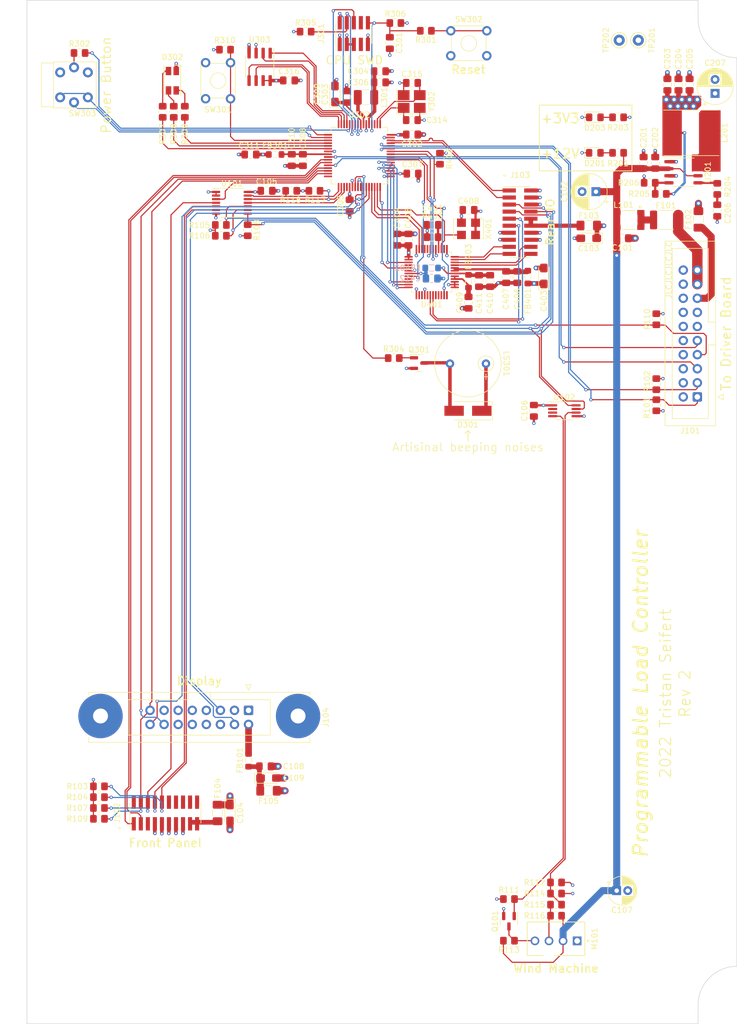
<source format=kicad_pcb>
(kicad_pcb (version 20211014) (generator pcbnew)
  (title_block (title "Programmable Load Controller") (date "2022-03-20") (rev "2") (company "Tristan Seifert"))
  (layers (0 "F.Cu" signal) (1 "In1.Cu" signal) (2 "In2.Cu" signal) (31 "B.Cu" signal) (34 "B.Paste" user) (35 "F.Paste" user) (36 "B.SilkS" user "B.Silkscreen") (37 "F.SilkS" user "F.Silkscreen") (38 "B.Mask" user) (39 "F.Mask" user) (44 "Edge.Cuts" user))
  (net 0 "")
  (net 1 "GND")
  (net 2 "Net-(C304-Pad1)")
  (net 3 "Net-(C308-Pad2)")
  (net 4 "Net-(D201-Pad2)")
  (net 5 "Net-(D203-Pad2)")
  (net 6 "/EXT_SCL")
  (net 7 "/EXT_SDA")
  (net 8 "/~{EXT_IRQ}")
  (net 9 "/~{EXT_TRIG}")
  (net 10 "/~{EXT_RESET}")
  (net 12 "/CPU/SWDIO")
  (net 13 "/CPU/SWDCLK")
  (net 14 "/CPU/SWO")
  (net 17 "/CPU/~{RESET}")
  (net 18 "Net-(L301-Pad1)")
  (net 19 "/FRONT_SCL")
  (net 20 "/FRONT_SDA")
  (net 21 "+12V")
  (net 22 "/FRONT_ENC_A")
  (net 23 "/FRONT_ENC_B")
  (net 24 "/~{FRONT_IRQ}")
  (net 25 "Net-(R302-Pad1)")
  (net 27 "/~{FRONT_RESET}")
  (net 28 "/DISP_D{slash}~{C}")
  (net 29 "/DISP_MISO")
  (net 30 "/DISP_SCK")
  (net 31 "/~{DISP_CS}")
  (net 32 "/DISP_MOSI")
  (net 33 "/CPU/ETH_RXD0")
  (net 34 "/CPU/ETH_RXD1")
  (net 35 "/CPU/ETH_RXER")
  (net 36 "/CPU/ETH_CRSDV")
  (net 37 "/CPU/ETH_TXEN")
  (net 38 "/CPU/ETH_TXD0")
  (net 39 "/CPU/ETH_TXD1")
  (net 40 "/CPU/ETH_MDC")
  (net 41 "/CPU/ETH_MDIO")
  (net 42 "/CPU/XIN")
  (net 43 "/CPU/XOUT")
  (net 44 "/CPU/~{NOR_CS}")
  (net 45 "/CPU/NOR_MOSI")
  (net 46 "/CPU/NOR_MISO")
  (net 47 "/CPU/NOR_SCK")
  (net 48 "Net-(F101-Pad1)")
  (net 49 "Net-(F101-Pad2)")
  (net 50 "Net-(F102-Pad1)")
  (net 51 "Net-(R204-Pad2)")
  (net 52 "Net-(C206-Pad2)")
  (net 53 "Net-(L201-Pad1)")
  (net 54 "Net-(R205-Pad2)")
  (net 55 "+5VA")
  (net 56 "/CPU/MODE")
  (net 57 "+3V3")
  (net 58 "Net-(D302-Pad2)")
  (net 59 "Net-(D302-Pad3)")
  (net 60 "/CPU/STATUS_R")
  (net 61 "/CPU/STATUS_G")
  (net 62 "/CPU/STATUS_B")
  (net 65 "/USB_D-")
  (net 66 "/USB_D+")
  (net 67 "/IO_SDA")
  (net 68 "/IO_SCL")
  (net 69 "/~{IO_IRQ}")
  (net 70 "Net-(D302-Pad4)")
  (net 71 "/~{I2C_RESET}")
  (net 72 "/~{I2C_IRQ}")
  (net 73 "/I2C_SCL")
  (net 74 "/I2C_SDA")
  (net 75 "Net-(F103-Pad2)")
  (net 76 "Net-(R301-Pad1)")
  (net 77 "/ETH_LED0")
  (net 78 "/ETH_LED1")
  (net 79 "Net-(F104-Pad1)")
  (net 80 "/CPU/~{ETH_IRQ}")
  (net 81 "/ETH_RX-")
  (net 82 "/CPU/ETH_REFCLK")
  (net 83 "VDDA_1V8")
  (net 84 "/ETH_RX+")
  (net 85 "/ETH_TX+")
  (net 86 "/ETH_TX-")
  (net 87 "VDDA_3V3")
  (net 92 "Net-(C401-Pad1)")
  (net 94 "Net-(C410-Pad1)")
  (net 95 "Net-(C412-Pad2)")
  (net 102 "/CPU/~{ETH_RESET}")
  (net 104 "/CPU/BEEPER")
  (net 105 "/CPU/PWRBTN")
  (net 107 "Net-(D301-Pad2)")
  (net 108 "Net-(Q301-Pad1)")
  (net 109 "Net-(J104-Pad2)")
  (net 110 "Net-(M101-Pad4)")
  (net 111 "/FAN_PWM")
  (net 112 "/FAN_TACH")
  (net 115 "Net-(C108-Pad2)")
  (net 123 "Net-(R115-Pad1)")
  (net 124 "/CPU/PWRLED1")
  (net 125 "/CPU/PWRLED0")
  (footprint "Resistor_SMD:R_0805_2012Metric_Pad1.20x1.40mm_HandSolder" (layer "F.Cu") (at 44.5 40.1 -90)
    (fp_text reference "R307")
    (fp_text value "1k" hide)
  )
  (footprint "Capacitor_SMD:C_0805_2012Metric_Pad1.18x1.45mm_HandSolder" (layer "F.Cu") (at 89.5 34.9)
    (fp_text reference "C315")
    (fp_text value "8.2pF" hide)
  )
  (footprint "Package_TO_SOT_SMD:SOT-23" (layer "F.Cu") (at 107 186.02 -90)
    (fp_text reference "Q101")
    (fp_text value "MMBT3904" hide)
  )
  (footprint "Package_TO_SOT_SMD:SOT-23" (layer "F.Cu") (at 90.8 85.4)
    (fp_text reference "Q301")
    (fp_text value "MMBT3904" hide)
  )
  (footprint "Inductor_SMD:L_0805_2012Metric_Pad1.05x1.20mm_HandSolder" (layer "F.Cu") (at 99.7 70.65 -90)
    (fp_text reference "FB403")
    (fp_text value "FerriteBead_Small" hide)
  )
  (footprint "Inductor_SMD:L_Taiyo-Yuden_NR-80xx_HandSoldering" (layer "F.Cu") (at 139.9 43.9 180)
    (fp_text reference "L201")
    (fp_text value "4.7µH" hide)
  )
  (footprint "Resistor_SMD:R_0805_2012Metric_Pad1.20x1.40mm_HandSolder" (layer "F.Cu") (at 132.4 52.9 180)
    (fp_text reference "R206")
    (fp_text value "2k4" hide)
  )
  (footprint "Capacitor_SMD:C_0805_2012Metric_Pad1.18x1.45mm_HandSolder" (layer "F.Cu") (at 89.4875 41.6 180)
    (fp_text reference "C314")
    (fp_text value "8.2pF" hide)
  )
  (footprint "Resistor_SMD:R_0805_2012Metric_Pad1.20x1.40mm_HandSolder" (layer "F.Cu") (at 55.75 28.9 180)
    (fp_text reference "R310")
    (fp_text value "10k" hide)
  )
  (footprint "Inductor_SMD:L_0805_2012Metric_Pad1.05x1.20mm_HandSolder" (layer "F.Cu") (at 110.4 69.9 -90)
    (fp_text reference "FB401")
    (fp_text value "FerriteBead_Small" hide)
  )
  (footprint "Capacitor_Tantalum_SMD:CP_EIA-3216-18_Kemet-A_Pad1.58x1.35mm_HandSolder" (layer "F.Cu") (at 63.6 160.2)
    (fp_text reference "C109")
    (fp_text value "10µF" hide)
  )
  (footprint "Capacitor_SMD:C_0805_2012Metric_Pad1.18x1.45mm_HandSolder" (layer "F.Cu") (at 85.5 27.7 90)
    (fp_text reference "C301")
    (fp_text value "100nF" hide)
  )
  (footprint "Resistor_SMD:R_0805_2012Metric_Pad1.20x1.40mm_HandSolder" (layer "F.Cu") (at 107 189.52 180)
    (fp_text reference "R113")
    (fp_text value "4k7" hide)
  )
  (footprint "Resistor_SMD:R_0805_2012Metric_Pad1.20x1.40mm_HandSolder" (layer "F.Cu") (at 71.9 54.35 180)
    (fp_text reference "R117")
    (fp_text value "2k2" hide)
  )
  (footprint "Capacitor_SMD:C_0805_2012Metric_Pad1.18x1.45mm_HandSolder" (layer "F.Cu") (at 99.7 74.5 90)
    (fp_text reference "C409")
    (fp_text value "100nF" hide)
  )
  (footprint "programmable-load:Molex-47053-1000-MFG" (layer "F.Cu") (at 115.5 189.1775)
    (fp_text reference "M101")
    (fp_text value "Fan_4pin" hide)
  )
  (footprint "Resistor_SMD:R_0805_2012Metric_Pad1.20x1.40mm_HandSolder" (layer "F.Cu") (at 94.55 48.55 -90)
    (fp_text reference "R402")
    (fp_text value "1k" hide)
  )
  (footprint "Capacitor_SMD:C_0805_2012Metric_Pad1.18x1.45mm_HandSolder" (layer "F.Cu") (at 137.6 35.2 90)
    (fp_text reference "C204")
    (fp_text value "22µF" hide)
  )
  (footprint "Button_Switch_THT:SW_TH_Tactile_Omron_B3F-10xx" (layer "F.Cu") (at 56.75 31.25 -90)
    (fp_text reference "SW301")
    (fp_text value "B3F-1005" hide)
  )
  (footprint "Diode_SMD:D_SMA_Handsoldering" (layer "F.Cu") (at 99.6 94 180)
    (fp_text reference "D301")
    (fp_text value "SM4007")
  )
  (footprint "Capacitor_Tantalum_SMD:CP_EIA-3216-18_Kemet-A_Pad1.58x1.35mm_HandSolder" (layer "F.Cu") (at 121.4 62.9 180)
    (fp_text reference "C103")
    (fp_text value "10µF" hide)
  )
  (footprint "Capacitor_SMD:C_0805_2012Metric_Pad1.18x1.45mm_HandSolder" (layer "F.Cu") (at 108.5 69.9 -90)
    (fp_text reference "C406")
    (fp_text value "22µF" hide)
  )
  (footprint "programmable-load:CTS-228ADS2" (layer "F.Cu") (at 26 33)
    (fp_text reference "SW303")
    (fp_text value "228ADS2AAWFCMBA" hide)
  )
  (footprint "MountingHole:MountingHole_3.5mm" (layer "F.Cu") (at 128.565 189.125)
    (fp_text reference "H103" hide)
    (fp_text value "MountingHole" hide)
  )
  (footprint "Capacitor_SMD:C_0805_2012Metric_Pad1.18x1.45mm_HandSolder" (layer "F.Cu") (at 63.25 54.35)
    (fp_text reference "C105")
    (fp_text value "100nF" hide)
  )
  (footprint "Fuse:Fuse_1206_3216Metric_Pad1.42x1.75mm_HandSolder" (layer "F.Cu") (at 54.4 166.5 90)
    (fp_text reference "F104")
    (fp_text value "500mA" hide)
  )
  (footprint "Resistor_SMD:R_0805_2012Metric_Pad1.20x1.40mm_HandSolder" (layer "F.Cu") (at 59.85 61.45 -90)
    (fp_text reference "R108")
    (fp_text value "10k" hide)
  )
  (footprint "MountingHole:MountingHole_3.5mm" (layer "F.Cu") (at 39.565 189.125)
    (fp_text reference "H104" hide)
    (fp_text value "MountingHole" hide)
  )
  (footprint "Inductor_SMD:L_0805_2012Metric_Pad1.05x1.20mm_HandSolder" (layer "F.Cu") (at 64.8 47.8 180)
    (fp_text reference "FB301")
    (fp_text value "FerriteBead_Small" hide)
  )
  (footprint "Resistor_SMD:R_0805_2012Metric_Pad1.20x1.40mm_HandSolder" (layer "F.Cu") (at 107 182.02)
    (fp_text reference "R111")
    (fp_text value "10k" hide)
  )
  (footprint "TestPoint:TestPoint_Keystone_5000-5004_Miniature" (layer "F.Cu") (at 126.9 27.2)
    (fp_text reference "TP202")
    (fp_text value "GND" hide)
  )
  (footprint "Resistor_SMD:R_0805_2012Metric_Pad1.20x1.40mm_HandSolder" (layer "F.Cu") (at 33 167.55 180)
    (fp_text reference "R109")
    (fp_text value "10k" hide)
  )
  (footprint "Capacitor_SMD:C_0805_2012Metric_Pad1.18x1.45mm_HandSolder" (layer "F.Cu") (at 83.7 32.8)
    (fp_text reference "C304")
    (fp_text value "4.7µF" hide)
  )
  (footprint "Package_QFP:TQFP-48_7x7mm_P0.5mm" (layer "F.Cu") (at 93.05 69 180)
    (fp_text reference "U401")
    (fp_text value "KSZ8041TL")
  )
  (footprint "Resistor_SMD:R_0805_2012Metric_Pad1.20x1.40mm_HandSolder" (layer "F.Cu") (at 29.5 29.5)
    (fp_text reference "R302")
    (fp_text value "330R" hide)
  )
  (footprint "Package_SO:TSSOP-14_4.4x5mm_P0.65mm" (layer "F.Cu") (at 57 56.5)
    (fp_text reference "U101")
    (fp_text value "PCA9543A")
  )
  (footprint "Resistor_SMD:R_0805_2012Metric_Pad1.20x1.40mm_HandSolder" (layer "F.Cu") (at 133.6 77.5 90)
    (fp_text reference "R110")
    (fp_text value "10k" hide)
  )
  (footprint "Capacitor_SMD:C_0805_2012Metric_Pad1.18x1.45mm_HandSolder" (layer "F.Cu") (at 99.7 57.8 180)
    (fp_text reference "C408")
    (fp_text value "100nF" hide)
  )
  (footprint "Capacitor_SMD:C_0805_2012Metric_Pad1.18x1.45mm_HandSolder" (layer "F.Cu") (at 67.8 48.8 90)
    (fp_text reference "C310")
    (fp_text value "4.7µF" hide)
  )
  (footprint "LED_SMD:LED_0805_2012Metric_Pad1.15x1.40mm_HandSolder" (layer "F.Cu") (at 122.5 47.5)
    (fp_text reference "D201")
    (fp_text value "Green" hide)
  )
  (footprint "Resistor_SMD:R_0805_2012Metric_Pad1.20x1.40mm_HandSolder" (layer "F.Cu") (at 55 60.5 180)
    (fp_text reference "R105")
    (fp_text value "2k2" hide)
  )
  (footprint "Capacitor_SMD:C_0805_2012Metric_Pad1.18x1.45mm_HandSolder" (layer "F.Cu") (at 69.8 48.8 90)
    (fp_text reference "C308")
    (fp_text value "100nF" hide)
  )
  (footprint "Resistor_SMD:R_0805_2012Metric_Pad1.20x1.40mm_HandSolder" (layer "F.Cu") (at 115.5 181.02 180)
    (fp_text reference "R114")
    (fp_text value "10k" hide)
  )
  (footprint "Capacitor_SMD:C_0805_2012Metric_Pad1.18x1.45mm_HandSolder" (layer "F.Cu") (at 89.5 44.2)
    (fp_text reference "C302")
    (fp_text value "100nF" hide)
  )
  (footprint "Capacitor_SMD:C_0805_2012Metric_Pad1.18x1.45mm_HandSolder" (layer "F.Cu") (at 88.85 63.15 90)
    (fp_text reference "C405")
    (fp_text value "100nF" hide)
  )
  (footprint "Capacitor_SMD:C_0805_2012Metric_Pad1.18x1.45mm_HandSolder" (layer "F.Cu") (at 106.5 69.9 -90)
    (fp_text reference "C407")
    (fp_text value "100nF" hide)
  )
  (footprint "Resistor_SMD:R_0805_2012Metric_Pad1.20x1.40mm_HandSolder" (layer "F.Cu") (at 93.2 62.7 180)
    (fp_text reference "R403")
    (fp_text value "6k49" hide)
  )
  (footprint "Resistor_SMD:R_0805_2012Metric_Pad1.20x1.40mm_HandSolder" (layer "F.Cu") (at 46.5 40.1 -90)
    (fp_text reference "R308")
    (fp_text value "1k" hide)
  )
  (footprint "Capacitor_SMD:C_0805_2012Metric_Pad1.18x1.45mm_HandSolder" (layer "F.Cu") (at 144.6 57.9 90)
    (fp_text reference "C206")
    (fp_text value "4700pF" hide)
  )
  (footprint "Resistor_SMD:R_0805_2012Metric_Pad1.20x1.40mm_HandSolder" (layer "F.Cu") (at 133.6 93 -90)
    (fp_text reference "R101")
    (fp_text value "2k2" hide)
  )
  (footprint "Resistor_SMD:R_0805_2012Metric_Pad1.20x1.40mm_HandSolder" (layer "F.Cu") (at 134.4 54.9 180)
    (fp_text reference "R205")
    (fp_text value "7k5" hide)
  )
  (footprint "Capacitor_THT:CP_Radial_D6.3mm_P2.50mm" (layer "F.Cu") (at 122.7 54.5 180)
    (fp_text reference "C102")
    (fp_text value "47µF" hide)
  )
  (footprint "Fuse:Fuse_1206_3216Metric_Pad1.42x1.75mm_HandSolder" (layer "F.Cu") (at 141.2 59.5 90)
    (fp_text reference "F102")
    (fp_text value "250mA" hide)
  )
  (footprint "Resistor_SMD:R_0805_2012Metric_Pad1.20x1.40mm_HandSolder" (layer "F.Cu") (at 133.6 89.2 90)
    (fp_text reference "R102")
    (fp_text value "2k2" hide)
  )
  (footprint "Fuse:Fuse_1812_4532Metric_Pad1.30x3.40mm_HandSolder" (layer "F.Cu") (at 135.325 59.6 180)
    (fp_text reference "F101")
    (fp_text value "1A" hide)
  )
  (footprint "MountingHole:MountingHole_3.5mm" (layer "F.Cu") (at 39.565 35.375 90)
    (fp_text reference "H101" hide)
    (fp_text value "MountingHole" hide)
  )
  (footprint "Capacitor_SMD:C_0805_2012Metric_Pad1.18x1.45mm_HandSolder" (layer "F.Cu") (at 111.5 94 -90)
    (fp_text reference "C106")
    (fp_text value "100nF" hide)
  )
  (footprint "Resistor_SMD:R_0805_2012Metric_Pad1.20x1.40mm_HandSolder" (layer "F.Cu") (at 86.5 24.1)
    (fp_text reference "R306")
    (fp_text value "10k" hide)
  )
  (footprint "Crystal:Crystal_SMD_3225-4Pin_3.2x2.5mm_HandSoldering" (layer "F.Cu") (at 89.45 38.25)
    (fp_text reference "Y302")
    (fp_text value "12MHz" hide)
  )
  (footprint "Button_Switch_THT:SW_TH_Tactile_Omron_B3F-10xx" (layer "F.Cu") (at 96.5 25.5)
    (fp_text reference "SW302")
    (fp_text value "B3F-1002" hide)
  )
  (footprint "Resistor_SMD:R_0805_2012Metric_Pad1.20x1.40mm_HandSolder" (layer "F.Cu") (at 115.5 183.02)
    (fp_text reference "R115")
    (fp_text value "27k4" hide)
  )
  (footprint "Capacitor_SMD:C_0805_2012Metric_Pad1.18x1.45mm_HandSolder" (layer "F.Cu") (at 127.5 62.9)
    (fp_text reference "C101")
    (fp_text value "100nF" hide)
  )
  (footprint "Capacitor_THT:CP_Radial_D5.0mm_P2.00mm" (layer "F.Cu") (at 126.444888 180.5)
    (fp_text reference "C107")
    (fp_text value "10µF" hide)
  )
  (footprint "Resistor_SMD:R_0805_2012Metric_Pad1.20x1.40mm_HandSolder" (layer "F.Cu") (at 55 62.45 180)
    (fp_text reference "R106")
    (fp_text value "2k2" hide)
  )
  (footprint "Capacitor_SMD:C_0805_2012Metric_Pad1.18x1.45mm_HandSolder" (layer "F.Cu") (at 101.6 70.6 -90)
    (fp_text reference "C411")
    (fp_text value "100nF" hide)
  )
  (footprint "Capacitor_Tantalum_SMD:CP_EIA-3216-18_Kemet-A_Pad1.58x1.35mm_HandSolder" (layer "F.Cu") (at 113.3 69.7 90)
    (fp_text reference "C403")
    (fp_text value "10µF" hide)
  )
  (footprint "LED_SMD:LED_RGB_1210" (layer "F.Cu") (at 46.25 34.5 -90)
    (fp_text reference "D302")
    (fp_text value "LED_RGBA" hide)
  )
  (footprint "Capacitor_SMD:C_0805_2012Metric_Pad1.18x1.45mm_HandSolder" (layer "F.Cu") (at 63 158.1 180)
    (fp_text reference "C108")
    (fp_text value "100nF" hide)
  )
  (footprint "Capacitor_SMD:C_0805_2012Metric_Pad1.18x1.45mm_HandSolder" (layer "F.Cu") (at 103.6 70.6 -90)
    (fp_text reference "C410")
    (fp_text value "1µF" hide)
  )
  (footprint "Resistor_SMD:R_0805_2012Metric_Pad1.20x1.40mm_HandSolder" (layer "F.Cu") (at 126.7 47.5 180)
    (fp_text reference "R201")
    (fp_text value "4k7" hide)
  )
  (footprint "Capacitor_SMD:C_0805_2012Metric_Pad1.18x1.45mm_HandSolder" (layer "F.Cu") (at 89.6 51.25)
    (fp_text reference "C307")
    (fp_text value "100nF" hide)
  )
  (footprint "programmable-load:PUI-AT-1224-TWT" (layer "F.Cu") (at 99.6 85.5 180)
    (fp_text reference "LS301")
    (fp_text value "Speaker" hide)
  )
  (footprint "Package_QFP:TQFP-64_10x10mm_P0.5mm" (layer "F.Cu") (at 80 48)
    (fp_text reference "U302")
    (fp_text value "ATSAME51J20A-A")
  )
  (footprint "Inductor_SMD:L_1210_3225Metric_Pad1.42x2.65mm_HandSolder" (layer "F.Cu") (at 81.2 37.5)
    (fp_text reference "L301")
    (fp_text value "10µH" hide)
  )
  (footprint "Capacitor_SMD:C_0805_2012Metric_Pad1.18x1.45mm_HandSolder" (layer "F.Cu") (at 93.2 60.5 180)
    (fp_text reference "C401")
    (fp_text value "100pF" hide)
  )
  (footprint "Capacitor_SMD:C_0805_2012Metric_Pad1.18x1.45mm_HandSolder" (layer "F.Cu") (at 60.35 47.8 180)
    (fp_text reference "C311")
    (fp_text value "4.7µF" hide)
  )
  (footprint "Connector_PinHeader_1.27mm:PinHeader_2x05_P1.27mm_Vertical_SMD" (layer "F.Cu") (at 79 26 90)
    (fp_text reference "J301")
    (fp_text value "Conn_ARM_JTAG_SWD_10" hide)
  )
  (footprint "Package_SO:MSOP-8_3x3mm_P0.65mm" (layer "F.Cu") (at 117 94)
    (fp_text reference "U102")
    (fp_text value "EMC2101-R")
  )
  (footprint "Resistor_SMD:R_0805_2012Metric_Pad1.20x1.40mm_HandSolder" (layer "F.Cu") (at 115.5 179.02 180)
    (fp_text reference "R112")
    (fp_text value "10k" hide)
  )
  (footprint "TestPoint:TestPoint_Keystone_5000-5004_Miniature" (layer "F.Cu") (at 130.35 27.2)
    (fp_text reference "TP201")
    (fp_text value "+3V3" hide)
  )
  (footprint "Capacitor_SMD:C_0805_2012Metric_Pad1.18x1.45mm_HandSolder" (layer "F.Cu") (at 77.7 37.4 90)
    (fp_text reference "C303")
    (fp_text value "100nF" hide)
  )
  (footprint "Resistor_SMD:R_0805_2012Metric_Pad1.20x1.40mm_HandSolder" (layer "F.Cu") (at 144.6 54 90)
    (fp_text reference "R204")
    (fp_text value "12k" hide)
  )
  (footprint "Resistor_SMD:R_0805_2012Metric_Pad1.20x1.40mm_HandSolder" (layer "F.Cu") (at 48.5 40.1 -90)
    (fp_text reference "R309")
    (fp_text value "1k" hide)
  )
  (footprint "Package_SO:SOP-8_3.9x4.9mm_P1.27mm" (layer "F.Cu") (at 138.5 51)
    (fp_text reference "U201")
    (fp_text value "BD9C301FJ")
  )
  (footprint "Resistor_SMD:R_0805_2012Metric_Pad1.20x1.40mm_HandSolder" (layer "F.Cu") (at 115.5 185.02)
    (fp_text reference "R116")
    (fp_text value "4k7" hide)
  )
  (footprint "Capacitor_SMD:C_0805_2012Metric_Pad1.18x1.45mm_HandSolder" (layer "F.Cu") (at 131.3 49.3 -90)
    (fp_text reference "C201")
    (fp_text value "10µF" hide)
  )
  (footprint "Resistor_SMD:R_0805_2012Metric_Pad1.20x1.40mm_HandSolder" (layer "F.Cu") (at 70.3 25.65 180)
    (fp_text reference "R305")
    (fp_text value "1k" hide)
  )
  (footprint "Resistor_SMD:R_0805_2012Metric_Pad1.20x1.40mm_HandSolder" (layer "F.Cu") (at 126.7 41.1 180)
    (fp_text reference "R203")
    (fp_text value "1k" hide)
  )
  (footprint "Connector_PinHeader_1.27mm:PinHeader_2x10_P1.27mm_Vertical_SMD" (layer "F.Cu") (at 109 60)
    (fp_text reference "J103")
    (fp_text value "Conn_02x10_Odd_Even" hide)
  )
  (footprint "Capacitor_SMD:C_0805_2012Metric_Pad1.18x1.45mm_HandSolder" (layer "F.Cu") (at 67.3 34.45)
    (fp_text reference "C316")
    (fp_text value "100nF" hide)
  )
  (footprint "Resistor_SMD:R_0805_2012Metric_Pad1.20x1.40mm_HandSolder" (layer "F.Cu") (at 92 25.5 180)
    (fp_text reference "R301")
    (fp_text value "330R" hide)
  )
  (footprint "Resistor_SMD:R_0805_2012Metric_Pad1.20x1.40mm_HandSolder" (layer "F.Cu") (at 33 163.65 180)
    (fp_text reference "R104")
    (fp_text value "2k2" hide)
  )
  (footprint "Capacitor_THT:CP_Radial_D6.3mm_P2.50mm" (layer "F.Cu") (at 144.2 36.78238 90)
    (fp_text reference "C207")
    (fp_text value "68µF" hide)
  )
  (footprint "MountingHole:MountingHole_3.5mm" (layer "F.Cu") (at 128.565 35.375 90)
    (fp_text reference "H102" hide)
    (fp_text value "MountingHole" hide)
  )
  (footprint "Fuse:Fuse_1206_3216Metric_Pad1.42x1.75mm_HandSolder" (layer "F.Cu") (at 121.4 60.6 180)
    (fp_text reference "F103")
    (fp_text value "250mA" hide)
  )
  (footprint "Capacitor_SMD:C_0805_2012Metric_Pad1.18x1.45mm_HandSolder" (layer "F.Cu") (at 135.6 35.2 90)
    (fp_text reference "C203")
    (fp_text value "22µF" hide)
  )
  (footprint "Capacitor_Tantalum_SMD:CP_EIA-3216-18_Kemet-A_Pad1.58x1.35mm_HandSolder" (layer "F.Cu") (at 75.6 36.9 90)
    (fp_text reference "C309")
    (fp_text value "10µF" hide)
  )
  (footprint "Oscillator:Oscillator_SMD_SeikoEpson_SG8002LB-4Pin_5.0x3.2mm" (layer "F.Cu") (at 99.7 61.2 180)
    (fp_text reference "X401")
    (fp_text value "50MHz" hide)
  )
  (footprint "Capacitor_SMD:C_0805_2012Metric_Pad1.18x1.45mm_HandSolder" (layer "F.Cu") (at 86.85 63.15 90)
    (fp_text reference "C404")
    (fp_text value "22µF" hide)
  )
  (footprint "Resistor_SMD:R_0805_2012Metric_Pad1.20x1.40mm_HandSolder" (layer "F.Cu") (at 33 161.7 180)
    (fp_text reference "R103")
    (fp_text value "2k2" hide)
  )
  (footprint "Capacitor_SMD:C_0805_2012Metric_Pad1.18x1.45mm_HandSolder" (layer "F.Cu") (at 83.7 34.8)
    (fp_text reference "C306")
    (fp_text value "100nF" hide)
  )
  (footprint "Capacitor_Tantalum_SMD:CP_EIA-3216-18_Kemet-A_Pad1.58x1.35mm_HandSolder" (layer "F.Cu") (at 56.65 166.5 -90)
    (fp_text reference "C104")
    (fp_text value "10µF" hide)
  )
  (footprint "Connector_IDC:IDC-Header_2x10_P2.54mm_Vertical" (layer "F.Cu") (at 141 91.5 180)
    (fp_text reference "J101")
    (fp_text value "Conn_02x10_Odd_Even" hide)
  )
  (footprint "Resistor_SMD:R_0805_2012Metric_Pad1.20x1.40mm_HandSolder" (layer "F.Cu") (at 33 165.6 180)
    (fp_text reference "R107")
    (fp_text value "10k" hide)
  )
  (footprint "Package_SO:SOIC-8_3.9x4.9mm_P1.27mm" (layer "F.Cu") (at 62 32 -90)
    (fp_text reference "U303")
    (fp_text value "AT25SF321B-SSHB" hide)
  )
  (footprint "Connector_IDC:IDC-Header_2x08-1MP_P2.54mm_Latch_Vertical" (layer "F.Cu") (at 60 148 -90)
    (fp_text reference "J104")
    (fp_text value "Conn_02x08_Odd_Even" hide)
  )
  (footprint "Inductor_SMD:L_0805_2012Metric_Pad1.05x1.20mm_HandSolder" (layer "F.Cu") (at 60 157 90)
    (fp_text reference "FB101")
    (fp_text value "FerriteBead_Small" hide)
  )
  (footprint "Resistor_SMD:R_0805_2012Metric_Pad1.20x1.40mm_HandSolder" (layer "F.Cu") (at 67.7 54.35)
    (fp_text reference "R118")
    (fp_text value "2k2" hide)
  )
  (footprint "Capacitor_SMD:C_0805_2012Metric_Pad1.18x1.45mm_HandSolder" (layer "F.Cu") (at 133.4 49.3 -90)
    (fp_text reference "C202")
    (fp_text value "100nF" hide)
  )
  (footprint "Capacitor_SMD:C_0805_2012Metric_Pad1.18x1.45mm_HandSolder" (layer "F.Cu") (at 139.6 35.2 90)
    (fp_text reference "C205")
    (fp_text value "100nF" hide)
  )
  (footprint "Resistor_SMD:R_0805_2012Metric_Pad1.20x1.40mm_HandSolder" (layer "F.Cu") (at 86.2 84.5)
    (fp_text reference "R304")
    (fp_text value "330R" hide)
  )
  (footprint "LED_SMD:LED_0805_2012Metric_Pad1.15x1.40mm_HandSolder" (layer "F.Cu") (at 122.5 41.1)
    (fp_text reference "D203")
    (fp_text value "Green" hide)
  )
  (footprint "programmable-load:Bourns-SRF4532-0-0-MFG" (layer "F.Cu") (at 128.65 59.6 180)
    (fp_text reference "L101")
    (fp_text value "Choke" hide)
  )
  (footprint "Capacitor_SMD:C_0805_2012Metric_Pad1.18x1.45mm_HandSolder" (layer "F.Cu") (at 78.25 57 -90)
    (fp_text reference "C305")
    (fp_text value "100nF" hide)
  )
  (footprint "Connector_PinHeader_1.27mm:PinHeader_2x10_P1.27mm_Vertical_SMD" (layer "F.Cu") (at 45 166.5 90)
    (fp_text reference "J102")
    (fp_text value "Conn_02x10_Odd_Even" hide)
  )
  (footprint "Fuse:Fuse_1206_3216Metric_Pad1.42x1.75mm_HandSolder" (layer "F.Cu") (at 63.6 162.5 180)
    (fp_text reference "F105")
    (fp_text value "500mA" hide)
  )
  (footprint "Capacitor_SMD:C_0805_2012Metric_Pad1.18x1.45mm_HandSolder" (layer "B.Cu") (at 93.05 70.15 180)
    (fp_text reference "C412")
    (fp_text value "100nF" hide)
  )
  (footprint "Inductor_SMD:L_0805_2012Metric_Pad1.05x1.20mm_HandSolder" (layer "B.Cu") (at 93.05 68.25 180)
    (fp_text reference "FB402")
    (fp_text value "FerriteBead_Small" hide)
  )
  (gr_line (start 129.2 50.75) (end 112.5 50.75) (layer "F.SilkS") (width 0.15))
  (gr_line (start 99.6 97.55) (end 100.1 98.05) (layer "F.SilkS") (width 0.15))
  (gr_line (start 99.6 99.55) (end 99.6 97.55) (layer "F.SilkS") (width 0.15))
  (gr_circle (center 106.2 51.6) (end 106.35 51.6) (layer "F.SilkS") (width 0.15) (fill solid))
  (gr_line (start 129.2 38.9) (end 129.2 50.75) (layer "F.SilkS") (width 0.15))
  (gr_line (start 112.5 50.75) (end 112.5 38.9) (layer "F.SilkS") (width 0.15))
  (gr_circle (center 36.7 169.2275) (end 36.7 169.0775) (layer "F.SilkS") (width 0.15) (fill solid))
  (gr_line (start 112.5 38.9) (end 129.2 38.9) (layer "F.SilkS") (width 0.15))
  (gr_line (start 99.6 97.55) (end 99.05 98.05) (layer "F.SilkS") (width 0.15))
  (gr_line (start 148.13 30.35) (end 148.13 194.15) (layer "Edge.Cuts") (width 0.1))
  (gr_line (start 141.13 23.35) (end 141.13 20) (layer "Edge.Cuts") (width 0.1))
  (gr_line (start 20 204.5) (end 141.13 204.5) (layer "Edge.Cuts") (width 0.1))
  (gr_line (start 141.13 204.5) (end 141.13 201.15) (layer "Edge.Cuts") (width 0.1))
  (gr_line (start 20 20) (end 141.13 20) (layer "Edge.Cuts") (width 0.1))
  (gr_arc (start 148.13 30.35) (mid 143.180253 28.299747) (end 141.13 23.35) (layer "Edge.Cuts") (width 0.1))
  (gr_line (start 20 20) (end 20 204.5) (layer "Edge.Cuts") (width 0.1))
  (gr_arc (start 141.13 201.15) (mid 143.180253 196.200253) (end 148.13 194.15) (layer "Edge.Cuts") (width 0.1))
  (gr_text "Display" (at 51.1 142.7) (layer "F.SilkS") (effects (font (size 1.5 1.5) (thickness 0.25))))
  (gr_text "Artisinal beeping noises" (at 99.6 100.55) (layer "F.SilkS") (effects (font (size 1.5 1.5))))
  (gr_text "+3V3" (at 119.9 41.3) (layer "F.SilkS") (effects (font (size 1.74 1.74) (thickness 0.25)) (justify right)))
  (gr_text "Rev 2" (at 138.75 145 90) (layer "F.SilkS") (effects (font (size 2 2) (thickness 0.2))))
  (gr_text "Power Button" (at 34.3 35.3 90) (layer "F.SilkS") (effects (font (size 1.74 1.74) (thickness 0.2))))
  (gr_text "Reset" (at 99.7 32.5) (layer "F.SilkS") (effects (font (size 1.5 1.5) (thickness 0.25))))
  (gr_text "Programmable Load Controller" (at 130.75 145 90) (layer "F.SilkS") (effects (font (size 2.54 2.54) (thickness 0.4) italic)))
  (gr_text "+12V" (at 119.9 47.65) (layer "F.SilkS") (effects (font (size 1.74 1.74) (thickness 0.25)) (justify right)))
  (gr_text "Wind Machine" (at 115.5 194.52) (layer "F.SilkS") (effects (font (size 1.5 1.5) (thickness 0.25))))
  (gr_text "CPU SWD" (at 79.1 30.8) (layer "F.SilkS") (effects (font (size 1.5 1.5) (thickness 0.2))))
  (gr_text "To Driver Board" (at 146.2 80.1 90) (layer "F.SilkS") (effects (font (size 1.74 1.74) (thickness 0.25))))
  (gr_text "Rear IO" (at 114.45 60 90) (layer "F.SilkS") (effects (font (size 1.5 1.5) (thickness 0.25))))
  (gr_text "2022 Tristan Seifert" (at 135.25 145 90) (layer "F.SilkS") (effects (font (size 2 2) (thickness 0.2))))
  (gr_text "Front Panel" (at 45 171.9) (layer "F.SilkS") (effects (font (size 1.5 1.5) (thickness 0.25))))
  (gr_text "JLCJLCJLCJLC" (at 135.9 68.65 90) (layer "F.SilkS") (effects (font (size 1 1))))
  (segment (start 60.095 28.005) (end 60.1 28) (width 0.4064) (layer "F.Cu") (net 1))
  (segment (start 121.475 47.5) (end 120.2 47.5) (width 0.2032) (layer "F.Cu") (net 1))
  (segment (start 92.25 61.55) (end 92.25 62.785931) (width 0.4064) (layer "F.Cu") (net 1))
  (segment (start 98.43 60.1) (end 98.43 58.9) (width 0.4064) (layer "F.Cu") (net 1))
  (segment (start 81.25 42.3375) (end 81.25 43.5) (width 0.3) (layer "F.Cu") (net 1))
  (segment (start 88.4625 34.9) (end 87.3 34.9) (width 0.2032) (layer "F.Cu") (net 1))
  (segment (start 112.585 54.285) (end 112.6 54.3) (width 0.635) (layer "F.Cu") (net 1))
  (segment (start 110.95 56.825) (end 112.575 56.825) (width 0.635) (layer "F.Cu") (net 1))
  (segment (start 110.95 63.175) (end 112.575 63.175) (width 0.635) (layer "F.Cu") (net 1))
  (segment (start 110.95 54.285) (end 112.585 54.285) (width 0.635) (layer "F.Cu") (net 1))
  (segment (start 43.08 168.4275) (end 43.08 170.1625) (width 0.635) (layer "F.Cu") (net 1))
  (segment (start 85.6625 51.75) (end 84.5 51.75) (width 0.3) (layer "F.Cu") (net 1))
  (segment (start 131.3 48.2625) (end 131.3 47.1) (width 0.635) (layer "F.Cu") (net 1))
  (segment (start 90.5375 44.2) (end 91.65 44.2) (width 0.8382) (layer "F.Cu") (net 1))
  (segment (start 78.75 53.6625) (end 78.75 52.5) (width 0.3) (layer "F.Cu") (net 1))
  (segment (start 135.6 34.2) (end 135.6 33) (width 0.8382) (layer "F.Cu") (net 1))
  (segment (start 116.5 181.02) (end 118.5 181.02) (width 0.2032) (layer "F.Cu") (net 1))
  (segment (start 81.54 26.31) (end 81.55 26.3) (width 0.4064) (layer "F.Cu") (net 1))
  (segment (start 64.1 158.1) (end 65.35 158.1) (width 1.27) (layer "F.Cu") (net 1))
  (segment (start 90.9 41.225) (end 90.9 39.4) (width 0.2032) (layer "F.Cu") (net 1))
  (segment (start 48.16 170.1625) (end 48.145 170.1775) (width 0.635) (layer "F.Cu") (net 1))
  (segment (start 77.73 26.32) (end 77.75 26.3) (width 0.4064) (layer "F.Cu") (net 1))
  (segment (start 112.595 61.905) (end 112.6 61.9) (width 0.635) (layer "F.Cu") (net 1))
  (segment (start 139.6 34.1625) (end 139.6 33) (width 0.8382) (layer "F.Cu") (net 1))
  (segment (start 90.525 41.6) (end 91.6875 41.6) (width 0.2032) (layer "F.Cu") (net 1))
  (segment (start 89.8625 86.35) (end 88.5 86.35) (width 0.4064) (layer "F.Cu") (net 1))
  (segment (start 90.3 73.175) (end 90.3 72.0625) (width 0.254) (layer "F.Cu") (net 1))
  (segment (start 44.35 168.4275) (end 44.35 170.2225) (width 0.635) (layer "F.Cu") (net 1))
  (segment (start 105.05 70.95) (end 106.4875 70.95) (width 0.635) (layer "F.Cu") (net 1))
  (segment (start 64.2875 54.35) (end 65.4 54.35) (width 0.635) (layer "F.Cu") (net 1))
  (segment (start 131.4 52.9) (end 131.4 51.7) (width 0.4064) (layer "F.Cu") (net 1))
  (segment (start 92.25 61.55) (end 92.25 60.5875) (width 0.4064) (layer "F.Cu") (net 1))
  (segment (start 77.7 36.3625) (end 77.7 35.3) (width 0.635) (layer "F.Cu") (net 1))
  (segment (start 120.525 94.975) (end 120.55 94.95) (width 0.4064) (layer "F.Cu") (net 1))
  (segment (start 90.0875 62.1125) (end 90.1 62.1) (width 0.8382) (layer "F.Cu") (net 1))
  (segment (start 137.6 34.2) (end 137.6 33) (width 0.8382) (layer "F.Cu") (net 1))
  (segment (start 97.2125 71.7625) (end 97.2125 70.7625) (width 0.254) (layer "F.Cu") (net 1))
  (segment (start 95.8 64.8) (end 95.8 66.0125) (width 0.254) (layer "F.Cu") (net 1))
  (segment (start 101.6 71.6375) (end 103.6 71.6375) (width 0.635) (layer "F.Cu") (net 1))
  (segment (start 66.5625 49.8375) (end 66.55 49.85) (width 0.635) (layer "F.Cu") (net 1))
  (segment (start 112.575 63.175) (end 112.6 63.2) (width 0.635) (layer "F.Cu") (net 1))
  (segment (start 77.73 27.95) (end 77.73 26.32) (width 0.4064) (layer "F.Cu") (net 1))
  (segment (start 77.73 27.95) (end 79 27.95) (width 0.4064) (layer "F.Cu") (net 1))
  (segment (start 58.2 47.7875) (end 58.2125 47.8) (width 0.635) (layer "F.Cu") (net 1))
  (segment (start 54.1375 54.55) (end 52.75 54.55) (width 0.2032) (layer "F.Cu") (net 1))
  (segment (start 45.62 170.1525) (end 45.595 170.1775) (width 0.635) (layer "F.Cu") (net 1))
  (segment (start 43.08 170.1625) (end 43.095 170.1775) (width 0.635) (layer "F.Cu") (net 1))
  (segment (start 128.5375 62.9) (end 129.8 62.9) (width 1.27) (layer "F.Cu") (net 1))
  (segment (start 103.6 71.6375) (end 104.3625 71.6375) (width 0.635) (layer "F.Cu") (net 1))
  (segment (start 93.8 64.8) (end 93.8 66.0125) (width 0.254) (layer "F.Cu") (net 1))
  (segment (start 105.3875 61.88) (end 105.3725 61.895) (width 0.635) (layer "F.Cu") (net 1))
  (segment (start 46.89 170.1725) (end 46.895 170.1775) (width 0.635) (layer "F.Cu") (net 1))
  (segment (start 135.875 51.65) (end 137.2 51.65) (width 0.635) (layer "F.Cu") (net 1))
  (segment (start 84.7875 34.8) (end 85.9 34.8) (width 0.635) (layer "F.Cu") (net 1))
  (segment (start 46.89 168.4275) (end 46.89 170.1725) (width 0.635) (layer "F.Cu") (net 1))
  (segment (start 119.1125 94.975) (end 120.525 94.975) (width 0.4064) (layer "F.Cu") (net 1))
  (segment (start 65.0375 160.2) (end 66.55 160.2) (width 1.27) (layer "F.Cu") (net 1))
  (segment (start 98.43 58.2325) (end 98.6625 58) (width 0.4064) (layer "F.Cu") (net 1))
  (segment (start 88.8875 68.7625) (end 90 68.7625) (width 0.254) (layer "F.Cu") (net 1))
  (segment (start 84.7875 32.75) (end 85.9 32.75) (width 0.635) (layer "F.Cu") (net 1))
  (segment (start 106.05 185.0825) (end 106.05 183.77) (width 0.2032) (layer "F.Cu") (net 1))
  (segment (start 110.95 61.905) (end 112.595 61.905) (width 0.635) (layer "F.Cu") (net 1))
  (segment (start 58.2125 47.8) (end 59.45 47.8) (width 0.635) (layer "F.Cu") (net 1))
  (segment (start 137.195 49.095) (end 137.2 49.1) (width 0.635) (layer "F.Cu") (net 1))
  (segment (start 75.6 34.6) (end 75.9 34.3) (width 0.635) (layer "F.Cu") (net 1))
  (segment (start 85.5 28.7375) (end 85.5 29.9) (width 0.2032) (layer "F.Cu") (net 1))
  (segment (start 86.85 62.1125) (end 90.0875 62.1125) (width 0.8382) (layer "F.Cu") (net 1))
  (segment (start 54.1375 59.1625) (end 54.1 59.2) (width 0.4064) (layer "F.Cu") (net 1))
  (segment (start 104.3625 71.6375) (end 105.05 70.95) (width 0.635) (layer "F.Cu") (net 1))
  (segment (start 54.1375 58.45) (end 54.1375 59.1625) (width 0.4064) (layer "F.Cu") (net 1))
  (segment (start 88 37.1) (end 88 35.3625) (width 0.2032) (layer "F.Cu") (net 1))
  (segment (start 90.6375 51.25) (end 90.6375 52.5375) (width 0.635) (layer "F.Cu") (net 1))
  (segment (start 97.2125 71.2625) (end 96.1 71.2625) (width 0.254) (layer "F.Cu") (net 1))
  (segment (start 120.0125 62.9) (end 118.8 62.9) (width 0.635) (layer "F.Cu") (net 1))
  (segment (start 111.8625 68.2625) (end 111.85 68.25) (width 0.8382) (layer "F.Cu") (net 1))
  (segment (start 133.4 48.2625) (end 133.4 47.1) (width 0.635) (layer "F.Cu") (net 1))
  (segment (start 74.3375 47.25) (end 75.5 47.25) (width 0.3) (layer "F.Cu") (net 1))
  (segment (start 107.0225 61.88) (end 105.3875 61.88) (width 0.635) (layer "F.Cu") (net 1))
  (segment (start 85.6625 44.75) (end 84.5 44.75) (width 0.3) (layer "F.Cu") (net 1))
  (segment (start 78.25 58.0375) (end 78.25 59.15) (width 0.635) (layer "F.Cu") (net 1))
  (segment (start 112.575 56.825) (end 112.6 56.8) (width 0.635) (layer "F.Cu") (net 1))
  (segment (start 113.3 68.2625) (end 111.8625 68.2625) (width 0.8382) (layer "F.Cu") (net 1))
  (segment (start 48.16 168.4275) (end 48.16 170.1625) (width 0.635) (layer "F.Cu") (net 1))
  (segment (start 56.65 167.915) (end 56.65 169.5275) (width 1.27) (layer "F.Cu") (net 1))
  (segment (start 90.3 64.8) (end 90.3 66.0125) (width 0.254) (layer "F.Cu") (net 1))
  (segment (start 105.3775 63.15) (end 105.3725 63.145) (width 0.635) (layer "F.Cu") (net 1))
  (segment (start 90.6375 52.5375) (end 90.65 52.55) (width 0.635) (layer "F.Cu") (net 1))
  (segment (start 112.595 55.555) (end 112.6 55.55) (width 0.635) (layer "F.Cu") (net 1))
  (segment (start 106.4875 70.95) (end 106.5 70.9375) (width 0.635) (layer "F.Cu") (net 1))
  (segment (start 107.0225 63.15) (end 105.3775 63.15) (width 0.635) (layer "F.Cu") (net 1))
  (segment (start 67.8 49.8375) (end 69.8 49.8375) (width 0.635) (layer "F.Cu") (net 1))
  (segment (start 44.35 170.2225) (end 44.345 170.2275) (width 0.635) (layer "F.Cu") (net 1))
  (segment (start 81.54 27.95) (end 81.54 26.31) (width 0.4064) (layer "F.Cu") (net 1))
  (segment (start 75.6 35.5625) (end 75.6 34.6) (width 0.635) (layer "F.Cu") (net 1))
  (segment (start 111.5 95.0375) (end 111.5 96.25) (width 0.4064) (layer "F.Cu") (net 1))
  (segment (start 135.875 49.095) (end 137.195 49.095) (width 0.635) (layer "F.Cu") (net 1))
  (segment (start 121.475 41.1) (end 120.2 41.1) (width 0.2032) (layer "F.Cu") (net 1))
  (segment (start 54.1375 55.2) (end 54.1375 54.55) (width 0.2032) (layer "F.Cu") (net 1))
  (segment (start 92.25 60.5875) (end 92.1625 60.5) (width 0.4064) (layer "F.Cu") (net 1))
  (segment (start 88 35.3625) (end 88.4625 34.9) (width 0.2032) (layer "F.Cu") (net 1))
  (segment (start 110.95 55.555) (end 112.595 55.555) (width 0.635) (layer "F.Cu") (net 1))
  (segment (start 68.3375 34.45) (end 69.45 34.45) (width 0.635) (layer "F.Cu") (net 1))
  (segment (start 98.43 58.9) (end 98.43 58.2325) (width 0.4064) (layer "F.Cu") (net 1))
  (segment (start 90.525 41.6) (end 90.9 41.225) (width 0.2032) (layer "F.Cu") (net 1))
  (segment (start 67.8 49.8375) (end 66.5625 49.8375) (width 0.635) (layer "F.Cu") (net 1))
  (segment (start 60.095 29.525) (end 60.095 28.005) (width 0.6) (layer "F.Cu") (net 1))
  (segment (start 99.58125 75.5) (end 98.51875 75.5) (width 0.8382) (layer "F.Cu") (net 1))
  (segment (start 45.62 168.4275) (end 45.62 170.1525) (width 0.635) (layer "F.Cu") (net 1))
  (segment (start 108.5 70.9375) (end 106.5 70.9375) (width 0.635) (layer "F.Cu") (net 1))
  (segment (start 144.6 58.9) (end 144.6 60) (width 0.4064) (layer "F.Cu") (net 1))
  (via (at 112.6 55.55) (size 0.6) (drill 0.3) (layers "F.Cu" "B.Cu") (net 1))
  (via (at 65.35 158.1) (size 1) (drill 0.5) (layers "F.Cu" "B.Cu") (net 1))
  (via (at 66.55 49.85) (size 0.6) (drill 0.3) (layers "F.Cu" "B.Cu") (net 1))
  (via (at 137.2 49.1) (size 0.6) (drill 0.3) (layers "F.Cu" "B.Cu") (net 1))
  (via (at 45.595 170.1775) (size 0.6) (drill 0.3) (layers "F.Cu" "B.Cu") (net 1))
  (via (at 87.3 34.9) (size 0.6) (drill 0.3) (layers "F.Cu" "B.Cu") (net 1))
  (via (at 139.6 33) (size 0.8) (drill 0.4) (layers "F.Cu" "B.Cu") (net 1))
  (via (at 85.5 29.9) (size 0.6) (drill 0.3) (layers "F.Cu" "B.Cu") (net 1))
  (via (at 129.8 62.9) (size 1) (drill 0.5) (layers "F.Cu" "B.Cu") (net 1))
  (via (at 137.6 33) (size 0.8) (drill 0.4) (layers "F.Cu" "B.Cu") (net 1))
  (via (at 90.65 52.55) (size 0.6) (drill 0.3) (layers "F.Cu" "B.Cu") (net 1))
  (via (at 78.25 59.15) (size 0.6) (drill 0.3) (layers "F.Cu" "B.Cu") (net 1))
  (via (at 106.05 183.77) (size 0.6) (drill 0.3) (layers "F.Cu" "B.Cu") (net 1))
  (via (at 91.6875 41.6) (size 0.6) (drill 0.3) (layers "F.Cu" "B.Cu") (net 1))
  (via (at 118.8 62.9) (size 0.6) (drill 0.3) (layers "F.Cu" "B.Cu") (net 1))
  (via (at 120.2 41.1) (size 0.6) (drill 0.3) (layers "F.Cu" "B.Cu") (net 1))
  (via (at 112.6 63.2) (size 0.6) (drill 0.3) (layers "F.Cu" "B.Cu") (net 1))
  (via (at 120.2 47.5) (size 0.6) (drill 0.3) (layers "F.Cu" "B.Cu") (net 1))
  (via (at 92.25 61.55) (size 0.6) (drill 0.3) (layers "F.Cu" "B.Cu") (net 1))
  (via (at 46.895 170.1775) (size 0.6) (drill 0.3) (layers "F.Cu" "B.Cu") (net 1))
  (via (at 133.4 47.1) (size 0.6) (drill 0.3) (layers "F.Cu" "B.Cu") (net 1))
  (via (at 66.55 160.2) (size 1) (drill 0.5) (layers "F.Cu" "B.Cu") (net 1))
  (via (at 131.3 47.1) (size 0.6) (drill 0.3) (layers "F.Cu" "B.Cu") (net 1))
  (via (at 93.9 66.0125) (size 0.6) (drill 0.3) (layers "F.Cu" "B.Cu") (net 1))
  (via (at 120.55 94.95) (size 0.6) (drill 0.3) (layers "F.Cu" "B.Cu") (net 1))
  (via (at 90.3 66.0125) (size 0.6) (drill 0.3) (layers "F.Cu" "B.Cu") (net 1))
  (via (at 75.9 34.3) (size 0.6) (drill 0.3) (layers "F.Cu" "B.Cu") (net 1))
  (via (at 81.25 43.5) (size 0.6) (drill 0.3) (layers "F.Cu" "B.Cu") (net 1))
  (via (at 135.6 33) (size 0.8) (drill 0.4) (layers "F.Cu" "B.Cu") (net 1))
  (via (at 131.4 51.7) (size 0.6) (drill 0.3) (layers "F.Cu" "B.Cu") (net 1))
  (via (at 105.05 70.95) (size 0.6) (drill 0.3) (layers "F.Cu" "B.Cu") (net 1))
  (via (at 112.6 56.8) (size 0.6) (drill 0.3) (layers "F.Cu" "B.Cu") (net 1))
  (via (at 111.85 68.25) (size 0.8) (drill 0.4) (layers "F.Cu" "B.Cu") (net 1))
  (via (at 52.75 54.55) (size 0.6) (drill 0.3) (layers "F.Cu" "B.Cu") (net 1))
  (via (at 112.6 61.9) (size 0.6) (drill 0.3) (layers "F.Cu" "B.Cu") (net 1))
  (via (at 88.5 86.35) (size 0.6) (drill 0.3) (layers "F.Cu" "B.Cu") (net 1))
  (via (at 56.65 169.5275) (size 1) (drill 0.5) (layers "F.Cu" "B.Cu") (net 1))
  (via (at 43.095 170.1775) (size 0.6) (drill 0.3) (layers "F.Cu" "B.Cu") (net 1))
  (via (at 65.4 54.35) (size 0.6) (drill 0.3) (layers "F.Cu" "B.Cu") (net 1))
  (via (at 105.3725 61.895) (size 0.6) (drill 0.3) (layers "F.Cu" "B.Cu") (net 1))
  (via (at 84.5 44.75) (size 0.6) (drill 0.3) (layers "F.Cu" "B.Cu") (net 1))
  (via (at 98.43 58.9) (size 0.6) (drill 0.3) (layers "F.Cu" "B.Cu") (net 1))
  (via (at 95.2 70.15) (size 0.6) (drill 0.3) (layers "F.Cu" "B.Cu") (net 1))
  (via (at 118.5 181.02) (size 0.6) (drill 0.3) (layers "F.Cu" "B.Cu") (net 1))
  (via (at 77.75 26.3) (size 0.6) (drill 0.3) (layers "F.Cu" "B.Cu") (net 1))
  (via (at 111.5 96.25) (size 0.6) (drill 0.3) (layers "F.Cu" "B.Cu") (net 1))
  (via (at 75.5 47.25) (size 0.6) (drill 0.3) (layers "F.Cu" "B.Cu") (net 1))
  (via (at 90.1 62.1) (size 0.8) (drill 0.4) (layers "F.Cu" "B.Cu") (net 1))
  (via (at 48.145 170.1775) (size 0.6) (drill 0.3) (layers "F.Cu" "B.Cu") (net 1))
  (via (at 84.5 51.75) (size 0.6) (drill 0.3) (layers "F.Cu" "B.Cu") (net 1))
  (via (at 44.345 170.2275) (size 0.6) (drill 0.3) (layers "F.Cu" "B.Cu") (net 1))
  (via (at 105.3725 63.145) (size 0.6) (drill 0.3) (layers "F.Cu" "B.Cu") (net 1))
  (via (at 96.1 71.2625) (size 0.6) (drill 0.3) (layers "F.Cu" "B.Cu") (net 1))
  (via (at 85.9 34.8) (size 0.6) (drill 0.3) (layers "F.Cu" "B.Cu") (net 1))
  (via (at 90 68.65) (size 0.6) (drill 0.3) (layers "F.Cu" "B.Cu") (net 1))
  (via (at 144.6 60) (size 0.6) (drill 0.3) (layers "F.Cu" "B.Cu") (net 1))
  (via (at 95.8 66.0125) (size 0.6) (drill 0.3) (layers "F.Cu" "B.Cu") (net 1))
  (via (at 137.2 51.65) (size 0.6) (drill 0.3) (layers "F.Cu" "B.Cu") (net 1))
  (via (at 85.9 32.75) (size 0.6) (drill 0.3) (layers "F.Cu" "B.Cu") (net 1))
  (via (at 77.7 35.3) (size 0.6) (drill 0.3) (layers "F.Cu" "B.Cu") (net 1))
  (via (at 98.51875 75.5) (size 0.6) (drill 0.3) (layers "F.Cu" "B.Cu") (net 1))
  (via (at 60.1 28) (size 0.6) (drill 0.3) (layers "F.Cu" "B.Cu") (net 1))
  (via (at 54.1 59.2) (size 0.6) (drill 0.3) (layers "F.Cu" "B.Cu") (net 1))
  (via (at 78.7 52.5) (size 0.6) (drill 0.3) (layers "F.Cu" "B.Cu") (net 1))
  (via (at 91.65 44.2) (size 0.6) (drill 0.3) (layers "F.Cu" "B.Cu") (net 1))
  (via (at 90.3 72.0625) (size 0.6) (drill 0.3) (layers "F.Cu" "B.Cu") (net 1))
  (via (at 81.55 26.3) (size 0.6) (drill 0.3) (layers "F.Cu" "B.Cu") (net 1))
  (via (at 69.45 34.45) (size 0.6) (drill 0.3) (layers "F.Cu" "B.Cu") (net 1))
  (via (at 112.6 54.3) (size 0.6) (drill 0.3) (layers "F.Cu" "B.Cu") (net 1))
  (via (at 58.2 47.7875) (size 0.6) (drill 0.3) (layers "F.Cu" "B.Cu") (net 1))
  (segment (start 94.0875 70.15) (end 95.2 70.15) (width 0.635) (layer "B.Cu") (net 1))
  (segment (start 81.75 41) (end 82.75 40) (width 0.635) (layer "F.Cu") (net 2))
  (segment (start 81.75 42.3375) (end 81.75 41) (width 0.3) (layer "F.Cu") (net 2))
  (segment (start 82.75 37.4625) (end 82.7375 37.45) (width 0.254) (layer "F.Cu") (net 2))
  (segment (start 82.75 40) (end 82.75 38.95) (width 0.635) (layer "F.Cu") (net 2))
  (segment (start 82.75 32.7875) (end 82.7125 32.75) (width 0.635) (layer "F.Cu") (net 2))
  (segment (start 82.75 38.95) (end 82.75 32.7875) (width 0.635) (layer "F.Cu") (net 2))
  (segment (start 82.75 38.95) (end 82.75 37.4625) (width 0.635) (layer "F.Cu") (net 2))
  (segment (start 66 47.75) (end 65.95 47.8) (width 0.254) (layer "F.Cu") (net 3))
  (segment (start 74.3375 47.75) (end 66 47.75) (width 0.3) (layer "F.Cu") (net 3))
  (segment (start 123.525 47.5) (end 125.7 47.5) (width 0.2032) (layer "F.Cu") (net 4))
  (segment (start 123.525 41.1) (end 125.7 41.1) (width 0.2032) (layer "F.Cu") (net 5))
  (segment (start 135.9 93) (end 134.9 92) (width 0.2032) (layer "F.Cu") (net 6))
  (segment (start 141 92.6) (end 140.6 93) (width 0.2032) (layer "F.Cu") (net 6))
  (segment (start 84.25 46.25) (end 84 46) (width 0.2032) (layer "F.Cu") (net 6))
  (segment (start 134.9 92) (end 133.6 92) (width 0.2032) (layer "F.Cu") (net 6))
  (segment (start 140.6 93) (end 135.9 93) (width 0.2032) (layer "F.Cu") (net 6))
  (segment (start 141 91.5) (end 141 92.6) (width 0.2032) (layer "F.Cu") (net 6))
  (segment (start 85.6625 46.25) (end 84.25 46.25) (width 0.2032) (layer "F.Cu") (net 6))
  (segment (start 121.8 92) (end 133.6 92) (width 0.2032) (layer "F.Cu") (net 6))
  (via (at 121.8 92) (size 0.6) (drill 0.3) (layers "F.Cu" "B.Cu") (net 6))
  (via (at 84 46) (size 0.6) (drill 0.3) (layers "F.Cu" "B.Cu") (net 6))
  (segment (start 118.1 86.6) (end 118.1 49.4) (width 0.2032) (layer "B.Cu") (net 6))
  (segment (start 118.1 49.4) (end 115 46.3) (width 0.2032) (layer "B.Cu") (net 6))
  (segment (start 115 46.3) (end 84.3 46.3) (width 0.2032) (layer "B.Cu") (net 6))
  (segment (start 121.8 90.3) (end 118.1 86.6) (width 0.2032) (layer "B.Cu") (net 6))
  (segment (start 121.8 92) (end 121.8 90.3) (width 0.2032) (layer "B.Cu") (net 6))
  (segment (start 84.3 46.3) (end 84 46) (width 0.2032) (layer "B.Cu") (net 6))
  (segment (start 133.6 90.2) (end 140.7 90.2) (width 0.2032) (layer "F.Cu") (net 7))
  (segment (start 141 89.9) (end 141 88.96) (width 0.2032) (layer "F.Cu") (net 7))
  (segment (start 140.7 90.2) (end 141 89.9) (width 0.2032) (layer "F.Cu") (net 7))
  (segment (start 84.15 46.75) (end 84 46.9) (width 0.2032) (layer "F.Cu") (net 7))
  (segment (start 133.6 90.2) (end 120.9 90.2) (width 0.2032) (layer "F.Cu") (net 7))
  (segment (start 85.6625 46.75) (end 84.15 46.75) (width 0.2032) (layer "F.Cu") (net 7))
  (via (at 120.9 90.2) (size 0.6) (drill 0.3) (layers "F.Cu" "B.Cu") (net 7))
  (via (at 84 46.9) (size 0.6) (drill 0.3) (layers "F.Cu" "B.Cu") (net 7))
  (segment (start 84 46.9) (end 84.27028 46.62972) (width 0.2032) (layer "B.Cu") (net 7))
  (segment (start 84.27028 46.62972) (end 86.9 46.62972) (width 0.2032) (layer "B.Cu") (net 7))
  (segment (start 117.77028 51.2) (end 117.77028 87.07028) (width 0.2032) (layer "B.Cu") (net 7))
  (segment (start 114.863426 46.62972) (end 115.666853 47.433147) (width 0.2032) (layer "B.Cu") (net 7))
  (segment (start 117.77028 87.07028) (end 120.9 90.2) (width 0.2032) (layer "B.Cu") (net 7))
  (segment (start 117.77028 49.536574) (end 117.77028 51.2) (width 0.2032) (layer "B.Cu") (net 7))
  (segment (start 86.9 46.62972) (end 114.863426 46.62972) (width 0.2032) (layer "B.Cu") (net 7))
  (segment (start 115.666853 47.433147) (end 117.77028 49.536574) (width 0.2032) (layer "B.Cu") (net 7))
  (segment (start 139.78 85.2) (end 141 86.42) (width 0.2032) (layer "F.Cu") (net 8))
  (segment (start 116.9 85.2) (end 139.78 85.2) (width 0.2032) (layer "F.Cu") (net 8))
  (segment (start 74.3375 49.75) (end 75.7 49.75) (width 0.2032) (layer "F.Cu") (net 8))
  (via (at 75.7 49.75) (size 0.6) (drill 0.3) (layers "F.Cu" "B.Cu") (net 8))
  (via (at 116.9 85.2) (size 0.6) (drill 0.3) (layers "F.Cu" "B.Cu") (net 8))
  (segment (start 116.9 85.2) (end 116.07028 84.37028) (width 0.2032) (layer "B.Cu") (net 8))
  (segment (start 76.92028 48.52972) (end 75.7 49.75) (width 0.2032) (layer "B.Cu") (net 8))
  (segment (start 116.07028 50.336574) (end 114.263426 48.52972) (width 0.2032) (layer "B.Cu") (net 8))
  (segment (start 116.07028 84.37028) (end 116.07028 50.336574) (width 0.2032) (layer "B.Cu") (net 8))
  (segment (start 114.263426 48.52972) (end 76.92028 48.52972) (width 0.2032) (layer "B.Cu") (net 8))
  (segment (start 79.75 52.6) (end 80 52.35) (width 0.2032) (layer "F.Cu") (net 9))
  (segment (start 142.6 80.5) (end 142.6 83.6) (width 0.2032) (layer "F.Cu") (net 9))
  (segment (start 142.15 80.05) (end 142.6 80.5) (width 0.2032) (layer "F.Cu") (net 9))
  (segment (start 111.8 78.55) (end 135.2 78.55) (width 0.2032) (layer "F.Cu") (net 9))
  (segment (start 142.6 83.6) (end 142.32 83.88) (width 0.2032) (layer "F.Cu") (net 9))
  (segment (start 135.2 78.55) (end 136.7 80.05) (width 0.2032) (layer "F.Cu") (net 9))
  (segment (start 142.32 83.88) (end 141 83.88) (width 0.2032) (layer "F.Cu") (net 9))
  (segment (start 79.75 53.6625) (end 79.75 52.6) (width 0.2032) (layer "F.Cu") (net 9))
  (segment (start 136.7 80.05) (end 142.15 80.05) (width 0.2032) (layer "F.Cu") (net 9))
  (via (at 111.8 78.55) (size 0.6) (drill 0.3) (layers "F.Cu" "B.Cu") (net 9))
  (via (at 80 52.35) (size 0.6) (drill 0.3) (layers "F.Cu" "B.Cu") (net 9))
  (segment (start 91.816294 78.55) (end 111.8 78.55) (width 0.2032) (layer "B.Cu") (net 9))
  (segment (start 81.533147 68.266853) (end 85.858147 72.591853) (width 0.2032) (layer "B.Cu") (net 9))
  (segment (start 80.258147 66.19499) (end 80.258147 66.991853) (width 0.2032) (layer "B.Cu") (net 9))
  (segment (start 80.47028 53.85) (end 80.47028 65.982857) (width 0.2032) (layer "B.Cu") (net 9))
  (segment (start 80.47028 65.982857) (end 80.258147 66.19499) (width 0.2032) (layer "B.Cu") (net 9))
  (segment (start 80.258147 66.991853) (end 81.533147 68.266853) (width 0.2032) (layer "B.Cu") (net 9))
  (segment (start 80 52.35) (end 80.47028 52.82028) (width 0.2032) (layer "B.Cu") (net 9))
  (segment (start 85.858147 72.591853) (end 91.816294 78.55) (width 0.2032) (layer "B.Cu") (net 9))
  (segment (start 80.47028 52.82028) (end 80.47028 53.85) (width 0.2032) (layer "B.Cu") (net 9))
  (segment (start 141 82.2) (end 141 81.34) (width 0.2032) (layer "F.Cu") (net 10))
  (segment (start 116.9 82.6) (end 140.6 82.6) (width 0.2032) (layer "F.Cu") (net 10))
  (segment (start 140.6 82.6) (end 141 82.2) (width 0.2032) (layer "F.Cu") (net 10))
  (segment (start 74.3375 48.25) (end 75.7 48.25) (width 0.2032) (layer "F.Cu") (net 10))
  (via (at 116.9 82.6) (size 0.6) (drill 0.3) (layers "F.Cu" "B.Cu") (net 10))
  (via (at 75.7 48.25) (size 0.6) (drill 0.3) (layers "F.Cu" "B.Cu") (net 10))
  (segment (start 116.4 50.2) (end 114.4 48.2) (width 0.2032) (layer "B.Cu") (net 10))
  (segment (start 116.4 82.1) (end 116.4 50.2) (width 0.2032) (layer "B.Cu") (net 10))
  (segment (start 114.4 48.2) (end 75.75 48.2) (width 0.2032) (layer "B.Cu") (net 10))
  (segment (start 116.9 82.6) (end 116.4 82.1) (width 0.2032) (layer "B.Cu") (net 10))
  (segment (start 75.75 48.2) (end 75.7 48.25) (width 0.2032) (layer "B.Cu") (net 10))
  (segment (start 76.46 22.41) (end 76.45 22.4) (width 0.2032) (layer "F.Cu") (net 12))
  (segment (start 79.25 43.443789) (end 79.193789 43.5) (width 0.2032) (layer "F.Cu") (net 12))
  (segment (start 76.46 24.05) (end 76.46 22.41) (width 0.2032) (layer "F.Cu") (net 12))
  (segment (start 79.25 42.3375) (end 79.25 43.443789) (width 0.2032) (layer "F.Cu") (net 12))
  (via (at 76.45 22.4) (size 0.6) (drill 0.3) (layers "F.Cu" "B.Cu") (net 12))
  (via (at 79.193789 43.5) (size 0.6) (drill 0.3) (layers "F.Cu" "B.Cu") (net 12))
  (segment (start 77.1 39.3) (end 78.5 40.7) (width 0.2032) (layer "B.Cu") (net 12))
  (segment (start 77.1 23.05) (end 77.1 23.75) (width 0.2032) (layer "B.Cu") (net 12))
  (segment (start 77.1 23.75) (end 77.1 39.3) (width 0.2032) (layer "B.Cu") (net 12))
  (segment (start 78.5 40.7) (end 79.193789 41.393789) (width 0.2032) (layer "B.Cu") (net 12))
  (segment (start 76.45 22.4) (end 77.1 23.05) (width 0.2032) (layer "B.Cu") (net 12))
  (segment (start 79.193789 41.393789) (end 79.193789 43.5) (width 0.2032) (layer "B.Cu") (net 12))
  (segment (start 79.721889 44.121889) (end 79.721889 42.365611) (width 0.2032) (layer "F.Cu") (net 13))
  (segment (start 77.73 25.42) (end 77.73 24.05) (width 0.2032) (layer "F.Cu") (net 13))
  (segment (start 77.73 22.47) (end 77.8 22.4) (width 0.2032) (layer "F.Cu") (net 13))
  (segment (start 79.75 44.15) (end 79.721889 44.121889) (width 0.2032) (layer "F.Cu") (net 13))
  (segment (start 79.721889 42.365611) (end 79.75 42.3375) (width 0.2032) (layer "F.Cu") (net 13))
  (segment (start 71.3 25.65) (end 71.35 25.7) (width 0.2032) (layer "F.Cu") (net 13))
  (segment (start 71.35 25.7) (end 77.45 25.7) (width 0.2032) (layer "F.Cu") (net 13))
  (segment (start 77.73 24.05) (end 77.73 22.47) (width 0.2032) (layer "F.Cu") (net 13))
  (segment (start 77.45 25.7) (end 77.73 25.42) (width 0.2032) (layer "F.Cu") (net 13))
  (via (at 79.75 44.15) (size 0.6) (drill 0.3) (layers "F.Cu" "B.Cu") (net 13))
  (via (at 77.8 22.4) (size 0.6) (drill 0.3) (layers "F.Cu" "B.Cu") (net 13))
  (segment (start 78.4 39.8) (end 79.7 41.1) (width 0.2032) (layer "B.Cu") (net 13))
  (segment (start 79.7 41.1) (end 79.721889 41.121889) (width 0.2032) (layer "B.Cu") (net 13))
  (segment (start 78.4 23) (end 78.4 26.6) (width 0.2032) (layer "B.Cu") (net 13))
  (segment (start 79.721889 44.121889) (end 79.75 44.15) (width 0.2032) (layer "B.Cu") (net 13))
  (segment (start 79.721889 41.121889) (end 79.721889 44.121889) (width 0.2032) (layer "B.Cu") (net 13))
  (segment (start 78.4 26.6) (end 78.4 39.8) (width 0.2032) (layer "B.Cu") (net 13))
  (segment (start 77.8 22.4) (end 78.4 23) (width 0.2032) (layer "B.Cu") (net 13))
  (segment (start 78.75 42.3375) (end 78.75 43.2) (width 0.2032) (layer "F.Cu") (net 14))
  (segment (start 76 21.7) (end 75.5 21.7) (width 0.2032) (layer "F.Cu") (net 14))
  (segment (start 75.5 21.7) (end 75.3 21.9) (width 0.2032) (layer "F.Cu") (net 14))
  (segment (start 79 24.05) (end 79 22.05) (width 0.2032) (layer "F.Cu") (net 14))
  (segment (start 79 22.05) (end 78.7 21.75) (width 0.2032) (layer "F.Cu") (net 14))
  (segment (start 78.65 43.3) (end 78.65 44.15) (width 0.2032) (layer "F.Cu") (net 14))
  (segment (start 78.65 21.7) (end 76 21.7) (width 0.2032) (layer "F.Cu") (net 14))
  (segment (start 78.7 21.75) (end 78.65 21.7) (width 0.2032) (layer "F.Cu") (net 14))
  (segment (start 78.75 43.2) (end 78.65 43.3) (width 0.2032) (layer "F.Cu") (net 14))
  (via (at 78.65 44.15) (size 0.6) (drill 0.3) (layers "F.Cu" "B.Cu") (net 14))
  (via (at 75.3 21.9) (size 0.6) (drill 0.3) (layers "F.Cu" "B.Cu") (net 14))
  (segment (start 75.3 21.9) (end 75.3 37.966294) (width 0.2032) (layer "B.Cu") (net 14))
  (segment (start 78.65 41.316294) (end 78.65 44.15) (width 0.2032) (layer "B.Cu") (net 14))
  (segment (start 75.3 37.966294) (end 78.65 41.316294) (width 0.2032) (layer "B.Cu") (net 14))
  (segment (start 85.5 24.1) (end 85.5 25.5) (width 0.2032) (layer "F.Cu") (net 17))
  (segment (start 82.7 24.1) (end 81.59 24.1) (width 0.2032) (layer "F.Cu") (net 17))
  (segment (start 82.25 42.3375) (end 82.25 43.5) (width 0.2032) (layer "F.Cu") (net 17))
  (segment (start 85.5 25.5) (end 85.5 26.1625) (width 0.2032) (layer "F.Cu") (net 17))
  (segment (start 81.59 24.1) (end 81.54 24.05) (width 0.2032) (layer "F.Cu") (net 17))
  (segment (start 85.5 24.1) (end 82.7 24.1) (width 0.2032) (layer "F.Cu") (net 17))
  (segment (start 91 25.5) (end 85.5 25.5) (width 0.2032) (layer "F.Cu") (net 17))
  (via (at 82.25 43.5) (size 0.6) (drill 0.3) (layers "F.Cu" "B.Cu") (net 17))
  (via (at 82.7 24.1) (size 0.6) (drill 0.3) (layers "F.Cu" "B.Cu") (net 17))
  (segment (start 82.25 24.55) (end 82.7 24.1) (width 0.2032) (layer "B.Cu") (net 17))
  (segment (start 82.25 43.5) (end 82.25 24.55) (width 0.2032) (layer "B.Cu") (net 17))
  (segment (start 79.75 40) (end 79.75 37.4625) (width 0.635) (layer "F.Cu") (net 18))
  (segment (start 80.75 42.3375) (end 80.75 41) (width 0.3) (layer "F.Cu") (net 18))
  (segment (start 80.75 41) (end 79.75 40) (width 0.635) (layer "F.Cu") (net 18))
  (segment (start 48.75 58.85) (end 49.8 57.8) (width 0.2032) (layer "F.Cu") (net 19))
  (segment (start 49.8 57.8) (end 54.1375 57.8) (width 0.2032) (layer "F.Cu") (net 19))
  (segment (start 44.35 166.1275) (end 44.35 161.893794) (width 0.2032) (layer "F.Cu") (net 19))
  (segment (start 48.75 157.493794) (end 48.75 58.85) (width 0.2032) (layer "F.Cu") (net 19))
  (segment (start 44.35 161.893794) (end 48.75 157.493794) (width 0.2032) (layer "F.Cu") (net 19))
  (segment (start 34 161.7275) (end 35.2 161.7275) (width 0.2032) (layer "F.Cu") (net 19))
  (via (at 44.35 166.1275) (size 0.6) (drill 0.3) (layers "F.Cu" "B.Cu") (net 19))
  (via (at 35.2 161.7275) (size 0.6) (drill 0.3) (layers "F.Cu" "B.Cu") (net 19))
  (segment (start 44.35 164.6275) (end 44.35 166.1275) (width 0.2032) (layer "B.Cu") (net 19))
  (segment (start 36.8275 163.3775) (end 43.1 163.3775) (width 0.2032) (layer "B.Cu") (net 19))
  (segment (start 35.2 161.75) (end 36.8275 163.3775) (width 0.2032) (layer "B.Cu") (net 19))
  (segment (start 43.1 163.3775) (end 44.35 164.6275) (width 0.2032) (layer "B.Cu") (net 19))
  (segment (start 35.2 161.7275) (end 35.2 161.75) (width 0.2032) (layer "B.Cu") (net 19))
  (segment (start 43.095 166.1225) (end 43.1 166.1275) (width 0.2032) (layer "F.Cu") (net 20))
  (segment (start 48.420281 58.713425) (end 49.983706 57.15) (width 0.2032) (layer "F.Cu") (net 20))
  (segment (start 43.1 162.6775) (end 48.42028 157.35722) (width 0.2032) (layer "F.Cu") (net 20))
  (segment (start 43.095 164.5275) (end 43.095 166.1225) (width 0.2032) (layer "F.Cu") (net 20))
  (segment (start 48.42028 157.35722) (end 48.420281 58.713425) (width 0.2032) (layer "F.Cu") (net 20))
  (segment (start 49.983706 57.15) (end 54.1375 57.15) (width 0.2032) (layer "F.Cu") (net 20))
  (segment (start 35.2 163.6775) (end 34 163.6775) (width 0.2032) (layer "F.Cu") (net 20))
  (segment (start 43.1 164.5225) (end 43.1 162.6775) (width 0.2032) (layer "F.Cu") (net 20))
  (via (at 43.1 166.1275) (size 0.6) (drill 0.3) (layers "F.Cu" "B.Cu") (net 20))
  (via (at 35.2 163.6775) (size 0.6) (drill 0.3) (layers "F.Cu" "B.Cu") (net 20))
  (segment (start 43.1 164.0775) (end 42.72972 163.70722) (width 0.2032) (layer "B.Cu") (net 20))
  (segment (start 35.9 163.70722) (end 35.22972 163.70722) (width 0.2032) (layer "B.Cu") (net 20))
  (segment (start 42.65 163.70722) (end 35.9 163.70722) (width 0.2032) (layer "B.Cu") (net 20))
  (segment (start 35.22972 163.70722) (end 35.2 163.6775) (width 0.2032) (layer "B.Cu") (net 20))
  (segment (start 43.1 166.1275) (end 43.1 164.0775) (width 0.2032) (layer "B.Cu") (net 20))
  (segment (start 42.72972 163.70722) (end 42.65 163.70722) (width 0.2032) (layer "B.Cu") (net 20))
  (segment (start 122.7 54.5) (end 126.3 54.5) (width 1.27) (layer "F.Cu") (net 21))
  (segment (start 116.5 185.02) (end 116.76 185.28) (width 0.2032) (layer "F.Cu") (net 21))
  (segment (start 135.875 50.365) (end 131.3275 50.365) (width 0.8382) (layer "F.Cu") (net 21))
  (segment (start 131.3275 50.365) (end 131.3 50.3375) (width 0.635) (layer "F.Cu") (net 21))
  (segment (start 115 193.42) (end 107.6 193.42) (width 0.2032) (layer "F.Cu") (net 21))
  (segment (start 127.3625 50.3375) (end 126.45 51.25) (width 1.27) (layer "F.Cu") (net 21))
  (segment (start 131.3 50.3375) (end 127.3625 50.3375) (width 1.27) (layer "F.Cu") (net 21))
  (segment (start 107.6 193.42) (end 106 191.82) (width 0.2032) (layer "F.Cu") (net 21))
  (segment (start 116.76 185.28) (end 116.76 191.66) (width 0.2032) (layer "F.Cu") (net 21))
  (segment (start 106 191.82) (end 106 189.52) (width 0.2032) (layer "F.Cu") (net 21))
  (segment (start 139.135 51.635) (end 137.865 50.365) (width 0.2032) (layer "F.Cu") (net 21))
  (segment (start 116.76 191.66) (end 115 193.42) (width 0.2032) (layer "F.Cu") (net 21))
  (segment (start 126.45 59.75) (end 126.45 63.2) (width 1.27) (layer "F.Cu") (net 21))
  (segment (start 137.865 50.365) (end 135.875 50.365) (width 0.2032) (layer "F.Cu") (net 21))
  (segment (start 141.125 51.635) (end 139.135 51.635) (width 0.2032) (layer "F.Cu") (net 21))
  (segment (start 126.45 51.25) (end 126.45 59.75) (width 1.27) (layer "F.Cu") (net 21))
  (segment (start 127.7 50) (end 127.7 47.5) (width 0.2032) (layer "F.Cu") (net 21))
  (segment (start 126.4625 62.9) (end 126.4625 65.9875) (width 1.27) (layer "F.Cu") (net 21))
  (via (at 126.45 66) (size 1) (drill 0.5) (layers "F.Cu" "B.Cu") (net 21))
  (segment (start 126.5 180.5) (end 123.9 180.5) (width 1.27) (layer "B.Cu") (net 21))
  (segment (start 116.77 187.63) (end 116.77 189.5575) (width 1.27) (layer "B.Cu") (net 21))
  (segment (start 126.45 179.3) (end 126.45 180.444888) (width 1.27) (layer "B.Cu") (net 21))
  (segment (start 126.45 66) (end 126.45 179.3) (width 1.27) (layer "B.Cu") (net 21))
  (segment (start 126.45 180.444888) (end 126.394888 180.5) (width 1.27) (layer "B.Cu") (net 21))
  (segment (start 123.9 180.5) (end 116.77 187.63) (width 1.27) (layer "B.Cu") (net 21))
  (segment (start 38.2275 168.4275) (end 37.73153 167.93153) (width 0.2032) (layer "F.Cu") (net 22))
  (segment (start 73.05 48.75) (end 74.3375 48.75) (width 0.2032) (layer "F.Cu") (net 22))
  (segment (start 46.393145 51.600001) (end 70.199999 51.600001) (width 0.2032) (layer "F.Cu") (net 22))
  (segment (start 38.4 59.593146) (end 46.393145 51.600001) (width 0.2032) (layer "F.Cu") (net 22))
  (segment (start 38.4 161.783706) (end 38.4 59.593146) (width 0.2032) (layer "F.Cu") (net 22))
  (segment (start 39.285 168.4275) (end 38.2275 168.4275) (width 0.2032) (layer "F.Cu") (net 22))
  (segment (start 37.73153 167.93153) (end 37.73153 162.452176) (width 0.2032) (layer "F.Cu") (net 22))
  (segment (start 70.199999 51.600001) (end 73.05 48.75) (width 0.2032) (layer "F.Cu") (net 22))
  (segment (start 37.73153 162.452176) (end 38.4 161.783706) (width 0.2032) (layer "F.Cu") (net 22))
  (segment (start 40 166.4775) (end 38.75 166.4775) (width 0.2032) (layer "F.Cu") (net 23))
  (segment (start 73.016294 49.25) (end 74.3375 49.25) (width 0.2032) (layer "F.Cu") (net 23))
  (segment (start 38.75 166.4775) (end 38.06125 165.78875) (width 0.2032) (layer "F.Cu") (net 23))
  (segment (start 38.06125 165.78875) (end 38.06125 162.58875) (width 0.2032) (layer "F.Cu") (net 23))
  (segment (start 40.555 168.4275) (end 40.555 167.0325) (width 0.2032) (layer "F.Cu") (net 23))
  (segment (start 38.72972 161.92028) (end 38.72972 59.72972) (width 0.2032) (layer "F.Cu") (net 23))
  (segment (start 40.555 167.0325) (end 40 166.4775) (width 0.2032) (layer "F.Cu") (net 23))
  (segment (start 46.52972 51.92972) (end 70.336574 51.92972) (width 0.2032) (layer "F.Cu") (net 23))
  (segment (start 38.06125 162.58875) (end 38.72972 161.92028) (width 0.2032) (layer "F.Cu") (net 23))
  (segment (start 38.72972 59.72972) (end 46.52972 51.92972) (width 0.2032) (layer "F.Cu") (net 23))
  (segment (start 70.336574 51.92972) (end 73.016294 49.25) (width 0.2032) (layer "F.Cu") (net 23))
  (segment (start 41.8 166.1275) (end 41.825 166.1025) (width 0.2032) (layer "F.Cu") (net 24))
  (segment (start 34 165.6275) (end 35.2 165.6275) (width 0.2032) (layer "F.Cu") (net 24))
  (segment (start 41.825 162.675) (end 46 158.5) (width 0.2032) (layer "F.Cu") (net 24))
  (segment (start 48.2 56.5) (end 54.1375 56.5) (width 0.2032) (layer "F.Cu") (net 24))
  (segment (start 41.825 166.1025) (end 41.825 162.675) (width 0.2032) (layer "F.Cu") (net 24))
  (segment (start 46 158.5) (end 46 58.7) (width 0.2032) (layer "F.Cu") (net 24))
  (segment (start 46 58.7) (end 48.2 56.5) (width 0.2032) (layer "F.Cu") (net 24))
  (via (at 35.2 165.6275) (size 0.6) (drill 0.3) (layers "F.Cu" "B.Cu") (net 24))
  (via (at 41.8 166.1275) (size 0.6) (drill 0.3) (layers "F.Cu" "B.Cu") (net 24))
  (segment (start 41.8 165.9) (end 41.5 165.6) (width 0.2032) (layer "B.Cu") (net 24))
  (segment (start 41.5 165.6) (end 35.2275 165.6) (width 0.2032) (layer "B.Cu") (net 24))
  (segment (start 41.8 166.1275) (end 41.8 165.9) (width 0.2032) (layer "B.Cu") (net 24))
  (segment (start 35.2275 165.6) (end 35.2 165.6275) (width 0.2032) (layer "B.Cu") (net 24))
  (segment (start 28.5 29.5) (end 28.5 32.1) (width 0.2032) (layer "F.Cu") (net 25))
  (segment (start 42.55 146.4) (end 42.22 146.73) (width 0.2032) (layer "F.Cu") (net 27))
  (segment (start 72.448882 50.75) (end 74.3375 50.75) (width 0.2032) (layer "F.Cu") (net 27))
  (segment (start 40.55 166.1775) (end 40.55 149.675) (width 0.2032) (layer "F.Cu") (net 27))
  (segment (start 40.55 149.675) (end 42.22 148.005) (width 0.2032) (layer "F.Cu") (net 27))
  (segment (start 42.55 58.1) (end 48.060841 52.589159) (width 0.2032) (layer "F.Cu") (net 27))
  (segment (start 34 167.5775) (end 35.2 167.5775) (width 0.2032) (layer "F.Cu") (net 27))
  (segment (start 48.060841 52.589159) (end 70.609723 52.589159) (width 0.2032) (layer "F.Cu") (net 27))
  (segment (start 42.55 146.4) (end 42.55 58.1) (width 0.2032) (layer "F.Cu") (net 27))
  (segment (start 42.22 146.73) (end 42.22 148) (width 0.2032) (layer "F.Cu") (net 27))
  (segment (start 70.609723 52.589159) (end 72.448882 50.75) (width 0.2032) (layer "F.Cu") (net 27))
  (segment (start 42.22 148.005) (end 42.22 148) (width 0.2032) (layer "F.Cu") (net 27))
  (via (at 35.2 167.5775) (size 0.6) (drill 0.3) (layers "F.Cu" "B.Cu") (net 27))
  (via (at 40.55 166.1775) (size 0.6) (drill 0.3) (layers "F.Cu" "B.Cu") (net 27))
  (segment (start 40.5 166.1775) (end 40.55 166.1775) (width 0.2032) (layer "B.Cu") (net 27))
  (segment (start 35.2 167.5775) (end 36.6 166.1775) (width 0.2032) (layer "B.Cu") (net 27))
  (segment (start 36.6 166.1775) (end 40.5 166.1775) (width 0.2032) (layer "B.Cu") (net 27))
  (segment (start 72.482588 50.25) (end 74.3375 50.25) (width 0.2032) (layer "F.Cu") (net 28))
  (segment (start 40.6 148.025) (end 40.6 58.95) (width 0.2032) (layer "F.Cu") (net 28))
  (segment (start 40.6 58.95) (end 47.290561 52.259439) (width 0.2032) (layer "F.Cu") (net 28))
  (segment (start 47.290561 52.259439) (end 70.473149 52.259439) (width 0.2032) (layer "F.Cu") (net 28))
  (segment (start 70.473149 52.259439) (end 72.482588 50.25) (width 0.2032) (layer "F.Cu") (net 28))
  (via (at 40.6 148.025) (size 0.6) (drill 0.3) (layers "F.Cu" "B.Cu") (net 28))
  (segment (start 40.6 148.025) (end 40.6 148.775) (width 0.2032) (layer "B.Cu") (net 28))
  (segment (start 40.6 148.775) (end 41.075 149.25) (width 0.2032) (layer "B.Cu") (net 28))
  (segment (start 43.47 149.25) (end 44.76 150.54) (width 0.2032) (layer "B.Cu") (net 28))
  (segment (start 41.075 149.25) (end 43.47 149.25) (width 0.2032) (layer "B.Cu") (net 28))
  (segment (start 80.75 54.725) (end 80.425 55.05) (width 0.2032) (layer "F.Cu") (net 30))
  (segment (start 79.475 56.75) (end 79.825 56.75) (width 0.2032) (layer "F.Cu") (net 30))
  (segment (start 80.425 55.05) (end 79.6 55.05) (width 0.2032) (layer "F.Cu") (net 30))
  (segment (start 79.325 56.6) (end 79.475 56.75) (width 0.2032) (layer "F.Cu") (net 30))
  (segment (start 79.6 55.05) (end 79.325 55.325) (width 0.2032) (layer "F.Cu") (net 30))
  (segment (start 79.325 55.325) (end 79.325 56.6) (width 0.2032) (layer "F.Cu") (net 30))
  (segment (start 80.75 53.6625) (end 80.75 54.725) (width 0.2032) (layer "F.Cu") (net 30))
  (via (at 79.825 56.75) (size 0.6) (drill 0.3) (layers "F.Cu" "B.Cu") (net 30))
  (segment (start 56.85 149.275) (end 57.46 149.885) (width 0.2032) (layer "B.Cu") (net 30))
  (segment (start 57.46 149.885) (end 57.46 150.54) (width 0.2032) (layer "B.Cu") (net 30))
  (segment (start 78.80472 57.77028) (end 50.27972 57.77028) (width 0.2032) (layer "B.Cu") (net 30))
  (segment (start 54 149.275) (end 56.85 149.275) (width 0.2032) (layer "B.Cu") (net 30))
  (segment (start 53.65 148.925) (end 54 149.275) (width 0.2032) (layer "B.Cu") (net 30))
  (segment (start 79.825 56.75) (end 78.80472 57.77028) (width 0.2032) (layer "B.Cu") (net 30))
  (segment (start 50.3625 144.0625) (end 53.65 147.35) (width 0.2032) (layer "B.Cu") (net 30))
  (segment (start 53.65 147.35) (end 53.65 148.925) (width 0.2032) (layer "B.Cu") (net 30))
  (segment (start 50.27972 57.77028) (end 48.75 59.3) (width 0.2032) (layer "B.Cu") (net 30))
  (segment (start 48.75 142.45) (end 50.3625 144.0625) (width 0.2032) (layer "B.Cu") (net 30))
  (segment (start 48.75 59.3) (end 48.75 142.45) (width 0.2032) (layer "B.Cu") (net 30))
  (segment (start 43.5 146.35) (end 43.5 149.26) (width 0.2032) (layer "F.Cu") (net 31))
  (segment (start 79.94218 55.875) (end 80.575 55.875) (width 0.2032) (layer "F.Cu") (net 31))
  (segment (start 43.5 149.26) (end 42.22 150.54) (width 0.2032) (layer "F.Cu") (net 31))
  (segment (start 80.575 55.875) (end 81.25 55.2) (width 0.2032) (layer "F.Cu") (net 31))
  (segment (start 81.25 55.2) (end 81.25 53.6625) (width 0.2032) (layer "F.Cu") (net 31))
  (via (at 79.94218 55.875) (size 0.6) (drill 0.3) (layers "F.Cu" "B.Cu") (net 31))
  (via (at 43.5 146.35) (size 0.6) (drill 0.3) (layers "F.Cu" "B.Cu") (net 31))
  (segment (start 78.036574 57.22972) (end 49.77028 57.22972) (width 0.2032) (layer "B.Cu") (net 31))
  (segment (start 47 146.35) (end 43.5 146.35) (width 0.2032) (layer "B.Cu") (net 31))
  (segment (start 48 59) (end 48 145.35) (width 0.2032) (layer "B.Cu") (net 31))
  (segment (start 49.77028 57.22972) (end 48 59) (width 0.2032) (layer "B.Cu") (net 31))
  (segment (start 79.391294 55.875) (end 78.036574 57.22972) (width 0.2032) (layer "B.Cu") (net 31))
  (segment (start 48 145.35) (end 47 146.35) (width 0.2032) (layer "B.Cu") (net 31))
  (segment (start 79.94218 55.875) (end 79.391294 55.875) (width 0.2032) (layer "B.Cu") (net 31))
  (segment (start 81.75 55.75) (end 79.8 57.7) (width 0.2032) (layer "F.Cu") (net 32))
  (segment (start 81.75 53.6625) (end 81.75 55.75) (width 0.2032) (layer "F.Cu") (net 32))
  (via (at 79.8 57.7) (size 0.6) (drill 0.3) (layers "F.Cu" "B.Cu") (net 32))
  (segment (start 79.1 58.4) (end 50.65 58.4) (width 0.2032) (layer "B.Cu") (net 32))
  (segment (start 54.92 148) (end 49.5 142.58) (width 0.2032) (layer "B.Cu") (net 32))
  (segment (start 79.8 57.7) (end 79.1 58.4) (width 0.2032) (layer "B.Cu") (net 32))
  (segment (start 49.5 142.58) (end 49.5 141.65) (width 0.2032) (layer "B.Cu") (net 32))
  (segment (start 49.5 141.65) (end 49.5 59.55) (width 0.2032) (layer "B.Cu") (net 32))
  (segment (start 49.5 59.55) (end 50.65 58.4) (width 0.2032) (layer "B.Cu") (net 32))
  (segment (start 88.65 59.2) (end 90.8 61.35) (width 0.2032) (layer "F.Cu") (net 33))
  (segment (start 82.25 53.6625) (end 82.25 58.2) (width 0.2032) (layer "F.Cu") (net 33))
  (segment (start 83.25 59.2) (end 88.65 59.2) (width 0.2032) (layer "F.Cu") (net 33))
  (segment (start 90.8 61.35) (end 90.8 64.85) (width 0.2032) (layer "F.Cu") (net 33))
  (segment (start 82.25 58.2) (end 83.25 59.2) (width 0.2032) (layer "F.Cu") (net 33))
  (segment (start 83.5 58.65) (end 82.75 57.9) (width 0.2032) (layer "F.Cu") (net 34))
  (segment (start 91.3 64.85) (end 91.3 61) (width 0.2032) (layer "F.Cu") (net 34))
  (segment (start 88.95 58.65) (end 83.5 58.65) (width 0.2032) (layer "F.Cu") (net 34))
  (segment (start 91.3 61) (end 88.95 58.65) (width 0.2032) (layer "F.Cu") (net 34))
  (segment (start 82.75 57.9) (end 82.75 53.6625) (width 0.2032) (layer "F.Cu") (net 34))
  (segment (start 85.1125 68.2625) (end 88.8875 68.2625) (width 0.2032) (layer "F.Cu") (net 35))
  (segment (start 84.1 67.25) (end 85.1125 68.2625) (width 0.2032) (layer "F.Cu") (net 35))
  (segment (start 83.75 53.6625) (end 83.75 56.2) (width 0.2032) (layer "F.Cu") (net 35))
  (segment (start 83.75 56.2) (end 84.1 56.55) (width 0.2032) (layer "F.Cu") (net 35))
  (via (at 84.1 67.25) (size 0.6) (drill 0.3) (layers "F.Cu" "B.Cu") (net 35))
  (via (at 84.1 56.55) (size 0.6) (drill 0.3) (layers "F.Cu" "B.Cu") (net 35))
  (segment (start 84.1 67.25) (end 84.1 56.55) (width 0.2032) (layer "B.Cu") (net 35))
  (segment (start 84.4 50.75) (end 85.6625 50.75) (width 0.2032) (layer "F.Cu") (net 36))
  (segment (start 85.1 67.25) (end 85.1125 67.2625) (width 0.2032) (layer "F.Cu") (net 36))
  (segment (start 85.1125 67.2625) (end 88.8875 67.2625) (width 0.2032) (layer "F.Cu") (net 36))
  (via (at 85.1 67.25) (size 0.6) (drill 0.3) (layers "F.Cu" "B.Cu") (net 36))
  (via (at 84.4 50.75) (size 0.6) (drill 0.3) (layers "F.Cu" "B.Cu") (net 36))
  (segment (start 85.099615 51.449615) (end 84.4 50.75) (width 0.2032) (layer "B.Cu") (net 36))
  (segment (start 85.099615 67.249615) (end 85.099615 56.56641) (width 0.2032) (layer "B.Cu") (net 36))
  (segment (start 85.1 67.25) (end 85.099615 67.249615) (width 0.2032) (layer "B.Cu") (net 36))
  (segment (start 85.099615 56.56641) (end 85.099615 51.449615) (width 0.2032) (layer "B.Cu") (net 36))
  (segment (start 85.5625 70.7625) (end 88.8875 70.7625) (width 0.2032) (layer "F.Cu") (net 37))
  (segment (start 85.55 70.75) (end 85.5625 70.7625) (width 0.2032) (layer "F.Cu") (net 37))
  (segment (start 83.538382 50.309903) (end 83.626396 50.221889) (width 0.2032) (layer "F.Cu") (net 37))
  (segment (start 83.626396 50.221889) (end 85.634389 50.221889) (width 0.2032) (layer "F.Cu") (net 37))
  (segment (start 85.634389 50.221889) (end 85.6625 50.25) (width 0.2032) (layer "F.Cu") (net 37))
  (via (at 83.538382 50.309903) (size 0.6) (drill 0.3) (layers "F.Cu" "B.Cu") (net 37))
  (via (at 85.55 70.75) (size 0.6) (drill 0.3) (layers "F.Cu" "B.Cu") (net 37))
  (segment (start 85.65 50.85) (end 85.05 50.25) (width 0.2032) (layer "B.Cu") (net 37))
  (segment (start 83.626396 50.221889) (end 83.538382 50.309903) (width 0.2032) (layer "B.Cu") (net 37))
  (segment (start 85.65 55.8) (end 85.65 50.85) (width 0.2032) (layer "B.Cu") (net 37))
  (segment (start 85.021889 50.221889) (end 83.626396 50.221889) (width 0.2032) (layer "B.Cu") (net 37))
  (segment (start 85.55 70.75) (end 85.65 70.65) (width 0.2032) (layer "B.Cu") (net 37))
  (segment (start 85.05 50.25) (end 85.021889 50.221889) (width 0.2032) (layer "B.Cu") (net 37))
  (segment (start 85.65 70.65) (end 85.65 55.8) (width 0.2032) (layer "B.Cu") (net 37))
  (segment (start 86.2281 71.2625) (end 86.2 71.2906) (width 0.2032) (layer "F.Cu") (net 38))
  (segment (start 84.4 49.693789) (end 85.606289 49.693789) (width 0.2032) (layer "F.Cu") (net 38))
  (segment (start 88.8875 71.2625) (end 86.2281 71.2625) (width 0.2032) (layer "F.Cu") (net 38))
  (segment (start 85.606289 49.693789) (end 85.6625 49.75) (width 0.2032) (layer "F.Cu") (net 38))
  (via (at 84.4 49.693789) (size 0.6) (drill 0.3) (layers "F.Cu" "B.Cu") (net 38))
  (via (at 86.2 71.2906) (size 0.6) (drill 0.3) (layers "F.Cu" "B.Cu") (net 38))
  (segment (start 84.406211 49.7) (end 84.4 49.693789) (width 0.2032) (layer "B.Cu") (net 38))
  (segment (start 84.65 49.7) (end 84.406211 49.7) (width 0.2032) (layer "B.Cu") (net 38))
  (segment (start 85.25 49.7) (end 84.65 49.7) (width 0.2032) (layer "B.Cu") (net 38))
  (segment (start 86.2 56.5719) (end 86.2 71.2906) (width 0.2032) (layer "B.Cu") (net 38))
  (segment (start 86.2 56.5719) (end 86.2 50.65) (width 0.2032) (layer "B.Cu") (net 38))
  (segment (start 85.6 50.05) (end 85.25 49.7) (width 0.2032) (layer "B.Cu") (net 38))
  (segment (start 86.2 50.65) (end 85.6 50.05) (width 0.2032) (layer "B.Cu") (net 38))
  (segment (start 86.85 71.7906) (end 88.8594 71.7906) (width 0.2032) (layer "F.Cu") (net 39))
  (segment (start 88.8594 71.7906) (end 88.8875 71.7625) (width 0.2032) (layer "F.Cu") (net 39))
  (segment (start 83.55 49.2) (end 83.584322 49.165678) (width 0.2032) (layer "F.Cu") (net 39))
  (segment (start 83.584322 49.165678) (end 85.578178 49.165678) (width 0.2032) (layer "F.Cu") (net 39))
  (segment (start 85.578178 49.165678) (end 85.6625 49.25) (width 0.2032) (layer "F.Cu") (net 39))
  (via (at 83.55 49.2) (size 0.6) (drill 0.3) (layers "F.Cu" "B.Cu") (net 39))
  (via (at 86.85 71.7906) (size 0.6) (drill 0.3) (layers "F.Cu" "B.Cu") (net 39))
  (segment (start 84.115678 49.165678) (end 83.584322 49.165678) (width 0.2032) (layer "B.Cu") (net 39))
  (segment (start 86.8 57.15) (end 86.8 50.45) (width 0.2032) (layer "B.Cu") (net 39))
  (segment (start 86.8 71.7406) (end 86.8 57.15) (width 0.2032) (layer "B.Cu") (net 39))
  (segment (start 86.85 71.7906) (end 86.8 71.7406) (width 0.2032) (layer "B.Cu") (net 39))
  (segment (start 83.584322 49.165678) (end 83.55 49.2) (width 0.2032) (layer "B.Cu") (net 39))
  (segment (start 85.515678 49.165678) (end 84.115678 49.165678) (width 0.2032) (layer "B.Cu") (net 39))
  (segment (start 86.4 50.05) (end 85.515678 49.165678) (width 0.2032) (layer "B.Cu") (net 39))
  (segment (start 86.8 50.45) (end 86.4 50.05) (width 0.2032) (layer "B.Cu") (net 39))
  (segment (start 92.8 65.75) (end 92.8 64.85) (width 0.2032) (layer "F.Cu") (net 40))
  (segment (start 92.05 47.75) (end 85.6625 47.75) (width 0.2032) (layer "F.Cu") (net 40))
  (segment (start 92.7719 55.58754) (end 92.8 55.55944) (width 0.2032) (layer "F.Cu") (net 40))
  (segment (start 92.5 66.05) (end 92.8 65.75) (width 0.2032) (layer "F.Cu") (net 40))
  (segment (start 92.8 55.55944) (end 92.8 48.5) (width 0.2032) (layer "F.Cu") (net 40))
  (segment (start 92.8 48.5) (end 92.05 47.75) (width 0.2032) (layer "F.Cu") (net 40))
  (via (at 92.7719 55.58754) (size 0.6) (drill 0.3) (layers "F.Cu" "B.Cu") (net 40))
  (via (at 92.5 66.05) (size 0.6) (drill 0.3) (layers "F.Cu" "B.Cu") (net 40))
  (segment (start 92.5 66.05) (end 92.942169 65.607831) (width 0.2032) (layer "B.Cu") (net 40))
  (segment (start 92.942169 55.757809) (end 92.7719 55.58754) (width 0.2032) (layer "B.Cu") (net 40))
  (segment (start 92.942169 65.607831) (end 92.942169 55.757809) (width 0.2032) (layer "B.Cu") (net 40))
  (segment (start 94.6 49.6) (end 93.5 49.6) (width 0.2032) (layer "F.Cu") (net 41))
  (segment (start 93.300176 66.63278) (end 93.3 66.632604) (width 0.254) (layer "F.Cu") (net 41))
  (segment (start 92.35 47.25) (end 85.6625 47.25) (width 0.2032) (layer "F.Cu") (net 41))
  (segment (start 93.5 56) (end 93.5 49.6) (width 0.2032) (layer "F.Cu") (net 41))
  (segment (start 93.3 66.632604) (end 93.3 64.85) (width 0.254) (layer "F.Cu") (net 41))
  (segment (start 93.5 48.4) (end 92.35 47.25) (width 0.2032) (layer "F.Cu") (net 41))
  (segment (start 93.5 49.6) (end 93.5 48.4) (width 0.2032) (layer "F.Cu") (net 41))
  (via (at 93.300176 66.63278) (size 0.6) (drill 0.3) (layers "F.Cu" "B.Cu") (net 41))
  (via (at 93.5 56) (size 0.6) (drill 0.3) (layers "F.Cu" "B.Cu") (net 41))
  (segment (start 93.300176 66.63278) (end 93.271889 66.604493) (width 0.2032) (layer "B.Cu") (net 41))
  (segment (start 93.271889 66.604493) (end 93.271889 56.228111) (width 0.2032) (layer "B.Cu") (net 41))
  (segment (start 93.271889 56.228111) (end 93.5 56) (width 0.2032) (layer "B.Cu") (net 41))
  (segment (start 88 41.15) (end 88 39.4) (width 0.2032) (layer "F.Cu") (net 42))
  (segment (start 83.75 41.35) (end 83.75 42.3375) (width 0.2032) (layer "F.Cu") (net 42))
  (segment (start 85.7 39.4) (end 83.75 41.35) (width 0.2032) (layer "F.Cu") (net 42))
  (segment (start 88.45 41.6) (end 88 41.15) (width 0.2032) (layer "F.Cu") (net 42))
  (segment (start 88 39.4) (end 85.7 39.4) (width 0.2032) (layer "F.Cu") (net 42))
  (segment (start 86.821889 38.228111) (end 89.771889 38.228111) (width 0.2032) (layer "F.Cu") (net 43))
  (segment (start 86.821889 38.228111) (end 86.371889 38.228111) (width 0.2032) (layer "F.Cu") (net 43))
  (segment (start 86.371889 38.228111) (end 83.25 41.35) (width 0.2032) (layer "F.Cu") (net 43))
  (segment (start 90.9 37.1) (end 90.9 35.2625) (width 0.2032) (layer "F.Cu") (net 43))
  (segment (start 89.771889 38.228111) (end 90.9 37.1) (width 0.2032) (layer "F.Cu") (net 43))
  (segment (start 83.25 41.35) (end 83.25 42.3375) (width 0.2032) (layer "F.Cu") (net 43))
  (segment (start 90.9 35.2625) (end 90.5375 34.9) (width 0.2032) (layer "F.Cu") (net 43))
  (segment (start 77.15 39.9) (end 73.366294 39.9) (width 0.2032) (layer "F.Cu") (net 44))
  (segment (start 77.75 42.3375) (end 77.75 40.5) (width 0.2032) (layer "F.Cu") (net 44))
  (segment (start 69.841294 29.525) (end 63.905 29.525) (width 0.2032) (layer "F.Cu") (net 44))
  (segment (start 73.366294 39.9) (end 72.179719 38.713425) (width 0.2032) (layer "F.Cu") (net 44))
  (segment (start 72.179719 38.713425) (end 72.179719 31.863425) (width 0.2032) (layer "F.Cu") (net 44))
  (segment (start 77.75 40.5) (end 77.15 39.9) (width 0.2032) (layer "F.Cu") (net 44))
  (segment (start 72.179719 31.863425) (end 69.841294 29.525) (width 0.2032) (layer "F.Cu") (net 44))
  (segment (start 76.409439 40.559439) (end 73.093144 40.559438) (width 0.2032) (layer "F.Cu") (net 45))
  (segment (start 76.75 40.9) (end 76.409439 40.559439) (width 0.2032) (layer "F.Cu") (net 45))
  (segment (start 60.55 31.65) (end 60.095 32.105) (width 0.2032) (layer "F.Cu") (net 45))
  (segment (start 73.093144 40.559438) (end 70.929719 38.396013) (width 0.2032) (layer "F.Cu") (net 45))
  (segment (start 60.095 32.105) (end 60.095 34.475) (width 0.2032) (layer "F.Cu") (net 45))
  (segment (start 70.929719 38.396013) (end 70.929719 32.913425) (width 0.2032) (layer "F.Cu") (net 45))
  (segment (start 69.666294 31.65) (end 60.55 31.65) (width 0.2032) (layer "F.Cu") (net 45))
  (segment (start 70.929719 32.913425) (end 69.666294 31.65) (width 0.2032) (layer "F.Cu") (net 45))
  (segment (start 76.75 42.3375) (end 76.75 40.9) (width 0.2032) (layer "F.Cu") (net 45))
  (segment (start 77.25 40.7) (end 76.779719 40.229719) (width 0.2032) (layer "F.Cu") (net 46))
  (segment (start 62.635 30.535) (end 62.635 29.525) (width 0.2032) (layer "F.Cu") (net 46))
  (segment (start 77.25 42.3375) (end 77.25 40.7) (width 0.2032) (layer "F.Cu") (net 46))
  (segment (start 76.779719 40.229719) (end 73.229719 40.229719) (width 0.2032) (layer "F.Cu") (net 46))
  (segment (start 73.229719 40.229719) (end 71.85 38.85) (width 0.2032) (layer "F.Cu") (net 46))
  (segment (start 70.8 30.95) (end 63.05 30.95) (width 0.2032) (layer "F.Cu") (net 46))
  (segment (start 63.05 30.95) (end 62.635 30.535) (width 0.2032) (layer "F.Cu") (net 46))
  (segment (start 71.85 32) (end 70.8 30.95) (width 0.2032) (layer "F.Cu") (net 46))
  (segment (start 71.85 38.85) (end 71.85 32) (width 0.2032) (layer "F.Cu") (net 46))
  (segment (start 69.52972 31.97972) (end 61.72028 31.97972) (width 0.2032) (layer "F.Cu") (net 47))
  (segment (start 76.039159 40.889159) (end 72.956569 40.889157) (width 0.2032) (layer "F.Cu") (net 47))
  (segment (start 72.956569 40.889157) (end 70.6 38.532588) (width 0.2032) (layer "F.Cu") (net 47))
  (segment (start 61.365 32.335) (end 61.365 34.475) (width 0.2032) (layer "F.Cu") (net 47))
  (segment (start 76.25 41.1) (end 76.039159 40.889159) (width 0.2032) (layer "F.Cu") (net 47))
  (segment (start 76.25 42.3375) (end 76.25 41.1) (width 0.2032) (layer "F.Cu") (net 47))
  (segment (start 70.6 38.532588) (end 70.6 33.05) (width 0.2032) (layer "F.Cu") (net 47))
  (segment (start 61.72028 31.97972) (end 61.365 32.335) (width 0.2032) (layer "F.Cu") (net 47))
  (segment (start 70.6 33.05) (end 69.52972 31.97972) (width 0.2032) (layer "F.Cu") (net 47))
  (segment (start 141 68.64) (end 141 65.6) (width 1.8796) (layer "F.Cu") (net 48))
  (segment (start 137.55 58.7) (end 137.55 60.725) (width 1.8796) (layer "F.Cu") (net 48))
  (segment (start 141 71.18) (end 141 68.64) (width 1.8796) (layer "F.Cu") (net 48))
  (segment (start 137.55 61.625) (end 137.55 59.6) (width 1.8796) (layer "F.Cu") (net 48))
  (segment (start 141 65.075) (end 137.55 61.625) (width 1.8796) (layer "F.Cu") (net 48))
  (segment (start 141 65.8) (end 141 65.075) (width 1.8796) (layer "F.Cu") (net 48))
  (segment (start 130.8375 60.7) (end 130.8375 59.75) (width 1.27) (layer "F.Cu") (net 49))
  (segment (start 133.1 59.6) (end 131.225 59.6) (width 1.27) (layer "F.Cu") (net 49))
  (segment (start 130.9875 59.6) (end 130.8375 59.75) (width 1.27) (layer "F.Cu") (net 49))
  (segment (start 130.8375 59.75) (end 130.8375 58.45) (width 1.27) (layer "F.Cu") (net 49))
  (segment (start 141.8875 60.9875) (end 143.5 62.6) (width 1.27) (layer "F.Cu") (net 50))
  (segment (start 142.78 73.72) (end 141 73.72) (width 1.27) (layer "F.Cu") (net 50))
  (segment (start 143.5 73) (end 142.78 73.72) (width 1.27) (layer "F.Cu") (net 50))
  (segment (start 141.2 60.9875) (end 141.8875 60.9875) (width 1.27) (layer "F.Cu") (net 50))
  (segment (start 143.5 62.6) (end 143.5 73) (width 1.27) (layer "F.Cu") (net 50))
  (segment (start 141.125 52.905) (end 144.595 52.905) (width 0.4064) (layer "F.Cu") (net 51))
  (segment (start 144.6 56.9) (end 144.6 55) (width 0.4064) (layer "F.Cu") (net 52))
  (segment (start 133.4 54.9) (end 133.4 52.9) (width 0.4064) (layer "F.Cu") (net 54))
  (segment (start 133.4 52.9) (end 135.87 52.9) (width 0.4064) (layer "F.Cu") (net 54))
  (segment (start 135.87 52.9) (end 135.875 52.905) (width 0.4064) (layer "F.Cu") (net 54))
  (segment (start 57.45 45.25) (end 74.3375 45.25) (width 0.2032) (layer "F.Cu") (net 56))
  (segment (start 56.75 44.55) (end 57.45 45.25) (width 0.2032) (layer "F.Cu") (net 56))
  (segment (start 56.75 37.75) (end 56.75 44.55) (width 0.2032) (layer "F.Cu") (net 56))
  (segment (start 56.75 28.9) (end 56.75 37.75) (width 0.2032) (layer "F.Cu") (net 56))
  (segment (start 88.8875 66.7625) (end 88.8875 66.2625) (width 0.254) (layer "F.Cu") (net 57))
  (segment (start 54 61.45) (end 53.1 61.45) (width 0.2032) (layer "F.Cu") (net 57))
  (segment (start 54 62.45) (end 54 61.45) (width 0.2032) (layer "F.Cu") (net 57))
  (segment (start 133.6 88.2) (end 134.8 88.2) (width 0.2032) (layer "F.Cu") (net 57))
  (segment (start 32 161.7775) (end 32 160.4775) (width 0.2032) (layer "F.Cu") (net 57))
  (segment (start 135.6 37.7) (end 135.4 37.9) (width 0.8382) (layer "F.Cu") (net 57))
  (segment (start 113.2125 71.05) (end 113.3 71.1375) (width 0.8382) (layer "F.Cu") (net 57))
  (segment (start 54 61.45) (end 54 60.5) (width 0.2032) (layer "F.Cu") (net 57))
  (segment (start 135.4 54.9) (end 136.7 54.9) (width 0.4064) (layer "F.Cu") (net 57))
  (segment (start 111.5625 93.025) (end 111.5 92.9625) (width 0.4064) (layer "F.Cu") (net 57))
  (segment (start 111.55 71.05) (end 113.2125 71.05) (width 0.8382) (layer "F.Cu") (net 57))
  (segment (start 32 167.5775) (end 32 165.6275) (width 0.2032) (layer "F.Cu") (net 57))
  (segment (start 76.46 27.95) (end 76.46 26.31) (width 0.4064) (layer "F.Cu") (net 57))
  (segment (start 133.6 94) (end 134.8 94) (width 0.2032) (layer "F.Cu") (net 57))
  (segment (start 118 179.02) (end 118.5 179.52) (width 0.2032) (layer "F.Cu") (net 57))
  (segment (start 127.7 41.1) (end 128.8 41.1) (width 0.2032) (layer "F.Cu") (net 57))
  (segment (start 80.25 42.3375) (end 80.25 43.5) (width 0.254) (layer "F.Cu") (net 57))
  (segment (start 63.905 34.475) (end 65 34.475) (width 0.635) (layer "F.Cu") (net 57))
  (segment (start 94.55 47.55) (end 95.65 47.55) (width 0.2032) (layer "F.Cu") (net 57))
  (segment (start 135.6 36.2) (end 135.6 37.7) (width 0.8382) (layer "F.Cu") (net 57))
  (segment (start 65 34.475) (end 66.3125 34.475) (width 0.635) (layer "F.Cu") (net 57))
  (segment (start 87.5 24.1) (end 88.6 24.1) (width 0.2032) (layer "F.Cu") (net 57))
  (segment (start 100.7375 58) (end 100.97 58.2325) (width 0.4064) (layer "F.Cu") (net 57))
  (segment (start 122.8875 62.9) (end 122.8875 60.65) (width 0.8382) (layer "F.Cu") (net 57))
  (segment (start 78.25 55.9625) (end 78.25 54.9) (width 0.635) (layer "F.Cu") (net 57))
  (segment (start 62.6 47.8) (end 61.3375 47.8) (width 0.635) (layer "F.Cu") (net 57))
  (segment (start 133.6 76.5) (end 134.8 76.5) (width 0.2032) (layer "F.Cu") (net 57))
  (segment (start 88.5625 51.25) (end 87.35 51.25) (width 0.4064) (layer "F.Cu") (net 57))
  (segment (start 88.8875 65.5125) (end 88.9 65.5) (width 0.254) (layer "F.Cu") (net 57))
  (segment (start 141.2 58.0125) (end 141.2 56.6) (width 1.27) (layer "F.Cu") (net 57))
  (segment (start 85.6625 51.25) (end 87.4 51.25) (width 0.3) (layer "F.Cu") (net 57))
  (segment (start 56.65 165.04) (end 56.65 163.4275) (width 1.27) (layer "F.Cu") (net 57))
  (segment (start 116.5 179.02) (end 118 179.02) (width 0.2032) (layer "F.Cu") (net 57))
  (segment (start 62.635 34.475) (end 63.905 34.475) (width 0.2032) (layer "F.Cu") (net 57))
  (segment (start 80.25 41.635403) (end 77.7 39.085403) (width 0.254) (layer "F.Cu") (net 57))
  (segment (start 88.85 64.1875) (end 86.85 64.1875) (width 0.635) (layer "F.Cu") (net 57))
  (segment (start 85.6625 44.25) (end 86.95 44.25) (width 0.3) (layer "F.Cu") (net 57))
  (segment (start 87.4 51.25) (end 87.35 51.25) (width 0.254) (layer "F.Cu") (net 57))
  (segment (start 139.6 36.2375) (end 139.6 37.9) (width 0.8382) (layer "F.Cu") (net 57))
  (segment (start 122.8875 60.65) (end 124.15 60.65) (width 0.8382) (layer "F.Cu") (net 57))
  (segment (start 88.1375 44.25) (end 88.35 44.0375) (width 0.254) (layer "F.Cu") (net 57))
  (segment (start 101.9 58.03754) (end 101.86246 58) (width 0.4064) (layer "F.Cu") (net 57))
  (segment (start 32 161.7275) (end 32 165.6275) (width 0.2032) (layer "F.Cu") (net 57))
  (segment (start 75.6 38.4375) (end 77.7 38.4375) (width 0.635) (layer "F.Cu") (net 57))
  (segment (start 137.6 36.2) (end 137.6 37.8) (width 0.8382) (layer "F.Cu") (net 57))
  (segment (start 100.97 58.2325) (end 100.97 62.3) (width 0.4064) (layer "F.Cu") (net 57))
  (segment (start 88.9 66.1) (end 88.9 64) (width 0.635) (layer "F.Cu") (net 57))
  (segment (start 54.8 28.9) (end 53.7 28.9) (width 0.2032) (layer "F.Cu") (net 57))
  (segment (start 46.95 32.75) (end 46.95 31.4) (width 0.635) (layer "F.Cu") (net 57))
  (segment (start 102.85 94.225) (end 102.85 85.475) (width 0.635) (layer "F.Cu") (net 57))
  (segment (start 77.7 39.085403) (end 77.7 38.4375) (width 0.254) (layer "F.Cu") (net 57))
  (segment (start 68.7 54.35) (end 69.8 54.35) (width 0.4064) (layer "F.Cu") (net 57))
  (segment (start 114.8875 93.025) (end 111.5625 93.025) (width 0.4) (layer "F.Cu") (net 57))
  (segment (start 87 44.25) (end 88.1375 44.25) (width 0.635) (layer "F.Cu") (net 57))
  (segment (start 80.25 42.3375) (end 80.25 41.635403) (width 0.254) (layer "F.Cu") (net 57))
  (segment (start 76.46 26.31) (end 76.45 26.3) (width 0.4064) (layer "F.Cu") (net 57))
  (segment (start 59.85 62.45) (end 58.5 62.45) (width 0.2032) (layer "F.Cu") (net 57))
  (segment (start 69.8 54.35) (end 70.9 54.35) (width 0.4064) (layer "F.Cu") (net 57))
  (segment (start 69.3 25.65) (end 68.15 25.65) (width 0.2032) (layer "F.Cu") (net 57))
  (segment (start 59.8625 54.55) (end 62.0125 54.55) (width 0.4064) (layer "F.Cu") (net 57))
  (segment (start 101.86246 58) (end 100.7375 58) (width 0.4064) (layer "F.Cu") (net 57))
  (segment (start 91.8 73.175) (end 91.8 72.1) (width 0.2032) (layer "F.Cu") (net 57))
  (segment (start 106 182.02) (end 104.8 182.02) (width 0.2032) (layer "F.Cu") (net 57))
  (segment (start 110.55 71.05) (end 111.55 71.05) (width 0.8382) (layer "F.Cu") (net 57))
  (segment (start 56.65 165.04) (end 54.45 165.04) (width 1.27) (layer "F.Cu") (net 57))
  (segment (start 65.0875 162.5) (end 66.6 162.5) (width 1.27) (layer "F.Cu") (net 57))
  (segment (start 78.25 53.6625) (end 78.25 54.9) (width 0.3) (layer "F.Cu") (net 57))
  (segment (start 138.7 43.9) (end 136.45 43.9) (width 0.4064) (layer "F.Cu") (net 57))
  (segment (start 61.365 29.525) (end 61.365 28.015) (width 0.2032) (layer "F.Cu") (net 57))
  (segment (start 61.365 28.015) (end 61.35 28) (width 0.2032) (layer "F.Cu") (net 57))
  (segment (start 63.65 47.8) (end 62.6 47.8) (width 0.635) (layer "F.Cu") (net 57))
  (via (at 53.1 61.45) (size 0.6) (drill 0.3) (layers "F.Cu" "B.Cu") (net 57))
  (via (at 134.8 76.5) (size 0.6) (drill 0.3) (layers "F.Cu" "B.Cu") (net 57))
  (via (at 140.3 39.1) (size 1.2) (drill 0.6) (layers "F.Cu" "B.Cu") (net 57))
  (via (at 88.9 65.5) (size 0.6) (drill 0.3) (layers "F.Cu" "B.Cu") (net 57))
  (via (at 136.7 54.9) (size 0.6) (drill 0.3) (layers "F.Cu" "B.Cu") (net 57))
  (via (at 61.35 28) (size 0.6) (drill 0.3) (layers "F.Cu" "B.Cu") (net 57))
  (via (at 113.225 93.025) (size 0.6) (drill 0.3) (layers "F.Cu" "B.Cu") (net 57))
  (via (at 76.45 26.3) (size 0.6) (drill 0.3) (layers "F.Cu" "B.Cu") (net 57))
  (via (at 139.6 37.9) (size 1.2) (drill 0.6) (layers "F.Cu" "B.Cu") (net 57))
  (via (at 80.25 43.5) (size 0.6) (drill 0.3) (layers "F.Cu" "B.Cu") (net 57))
  (via (at 56.65 163.4275) (size 1) (drill 0.5) (layers "F.Cu" "B.Cu") (net 57))
  (via (at 101.9 58.03754) (size 0.6) (drill 0.3) (layers "F.Cu" "B.Cu") (net 57))
  (via (at 53.7 28.9) (size 0.6) (drill 0.3) (layers "F.Cu" "B.Cu") (net 57))
  (via (at 135.4 37.9) (size 1.2) (drill 0.6) (layers "F.Cu" "B.Cu") (net 57))
  (via (at 58.5 62.45) (size 0.6) (drill 0.3) (layers "F.Cu" "B.Cu") (net 57))
  (via (at 138.7 43.9) (size 0.6) (drill 0.3) (layers "F.Cu" "B.Cu") (net 57))
  (via (at 87 44.25) (size 0.6) (drill 0.3) (layers "F.Cu" "B.Cu") (net 57))
  (via (at 136.8 37.9) (size 1.2) (drill 0.6) (layers "F.Cu" "B.Cu") (net 57))
  (via (at 65 34.475) (size 0.6) (drill 0.3) (layers "F.Cu" "B.Cu") (net 57))
  (via (at 87.35 51.25) (size 0.6) (drill 0.3) (layers "F.Cu" "B.Cu") (net 57))
  (via (at 91.8 72.1) (size 0.6) (drill 0.3) (layers "F.Cu" "B.Cu") (net 57))
  (via (at 141.2 56.6) (size 1) (drill 0.5) (layers "F.Cu" "B.Cu") (net 57))
  (via (at 104.8 182.02) (size 0.6) (drill 0.3) (layers "F.Cu" "B.Cu") (net 57))
  (via (at 136.1 39.1) (size 1.2) (drill 0.6) (layers "F.Cu" "B.Cu") (net 57))
  (via (at 95.65 47.55) (size 0.6) (drill 0.3) (layers "F.Cu" "B.Cu") (net 57))
  (via (at 62.6 47.8) (size 0.6) (drill 0.3) (layers "F.Cu" "B.Cu") (net 57))
  (via (at 111.55 71.05) (size 0.8) (drill 0.4) (layers "F.Cu" "B.Cu") (net 57))
  (via (at 68.15 25.65) (size 0.6) (drill 0.3) (layers "F.Cu" "B.Cu") (net 57))
  (via (at 124.15 60.65) (size 0.8) (drill 0.4) (layers "F.Cu" "B.Cu") (net 57))
  (via (at 118.5 179.52) (size 0.6) (drill 0.3) (layers "F.Cu" "B.Cu") (net 57))
  (via (at 134.8 94) (size 0.6) (drill 0.3) (layers "F.Cu" "B.Cu") (net 57))
  (via (at 88.6 24.1) (size 0.6) (drill 0.3) (layers "F.Cu" "B.Cu") (net 57))
  (via (at 141 37.9) (size 1.2) (drill 0.6) (layers "F.Cu" "B.Cu") (net 57))
  (via (at 138.9 39.1) (size 1.2) (drill 0.6) (layers "F.Cu" "B.Cu") (net 57))
  (via (at 128.8 41.1) (size 0.6) (drill 0.3) (layers "F.Cu" "B.Cu") (net 57))
  (via (at 61.2 54.55) (size 0.6) (drill 0.3) (layers "F.Cu" "B.Cu") (net 57))
  (via (at 46.95 31.4) (size 0.6) (drill 0.3) (layers "F.Cu" "B.Cu") (net 57))
  (via (at 32 160.4775) (size 0.6) (drill 0.3) (layers "F.Cu" "B.Cu") (net 57))
  (via (at 66.6 162.5) (size 1) (drill 0.5) (layers "F.Cu" "B.Cu") (net 57))
  (via (at 138.2 37.9) (size 1.2) (drill 0.6) (layers "F.Cu" "B.Cu") (net 57))
  (via (at 134.8 88.2) (size 0.6) (drill 0.3) (layers "F.Cu" "B.Cu") (net 57))
  (via (at 78.25 54.9) (size 0.6) (drill 0.3) (layers "F.Cu" "B.Cu") (net 57))
  (via (at 137.5 39.1) (size 1.2) (drill 0.6) (layers "F.Cu" "B.Cu") (net 57))
  (via (at 69.8 54.35) (size 0.6) (drill 0.3) (layers "F.Cu" "B.Cu") (net 57))
  (segment (start 136.7 54.9) (end 138.7 52.9) (width 0.4064) (layer "B.Cu") (net 57))
  (segment (start 138.7 52.9) (end 138.7 43.9) (width 0.4064) (layer "B.Cu") (net 57))
  (segment (start 44.5 39.1) (end 44.5 33.25) (width 0.2032) (layer "F.Cu") (net 58))
  (segment (start 44.5 33.25) (end 45 32.75) (width 0.2032) (layer "F.Cu") (net 58))
  (segment (start 45 32.75) (end 45.55 32.75) (width 0.2032) (layer "F.Cu") (net 58))
  (segment (start 45.55 37.2) (end 46.5 38.15) (width 0.2032) (layer "F.Cu") (net 59))
  (segment (start 45.55 36.25) (end 45.55 37.2) (width 0.2032) (layer "F.Cu") (net 59))
  (segment (start 46.5 38.15) (end 46.5 39.1) (width 0.2032) (layer "F.Cu") (net 59))
  (segment (start 45.5 46.75) (end 44.725 45.975) (width 0.2032) (layer "F.Cu") (net 60))
  (segment (start 74.3375 46.75) (end 45.5 46.75) (width 0.2032) (layer "F.Cu") (net 60))
  (segment (start 44.5 45.75) (end 44.5 41.1) (width 0.2032) (layer "F.Cu") (net 60))
  (segment (start 44.725 45.975) (end 44.5 45.75) (width 0.2032) (layer "F.Cu") (net 60))
  (segment (start 47.5 46.25) (end 74.3375 46.25) (width 0.2032) (layer "F.Cu") (net 61))
  (segment (start 46.775 45.525) (end 46.5 45.25) (width 0.2032) (layer "F.Cu") (net 61))
  (segment (start 46.775 45.525) (end 47.5 46.25) (width 0.2032) (layer "F.Cu") (net 61))
  (segment (start 46.5 45.25) (end 46.5 41.1) (width 0.2032) (layer "F.Cu") (net 61))
  (segment (start 74.3375 45.75) (end 49.6 45.75) (width 0.2032) (layer "F.Cu") (net 62))
  (segment (start 48.5 44.65) (end 48.5 41.1) (width 0.2032) (layer "F.Cu") (net 62))
  (segment (start 48.775 44.925) (end 48.5 44.65) (width 0.2032) (layer "F.Cu") (net 62))
  (segment (start 49.6 45.75) (end 48.775 44.925) (width 0.2032) (layer "F.Cu") (net 62))
  (segment (start 107.05 55.555) (end 104.805814 55.555) (width 0.2) (layer "F.Cu") (net 65))
  (segment (start 85.6625 45.75) (end 85.687499 45.725001) (width 0.2) (layer "F.Cu") (net 65))
  (segment (start 104.805814 55.555) (end 94.927014 45.6762) (width 0.2) (layer "F.Cu") (net 65))
  (segment (start 85.7363 45.6762) (end 85.6625 45.75) (width 0.2) (layer "F.Cu") (net 65))
  (segment (start 94.927014 45.6762) (end 85.7363 45.6762) (width 0.2) (layer "F.Cu") (net 65))
  (segment (start 85.6625 45.25) (end 85.687499 45.274999) (width 0.2) (layer "F.Cu") (net 66))
  (segment (start 95.072986 45.3238) (end 104.034186 54.285) (width 0.2) (layer "F.Cu") (net 66))
  (segment (start 85.7363 45.3238) (end 92.3762 45.3238) (width 0.2) (layer "F.Cu") (net 66))
  (segment (start 92.823764 44.876235) (end 92.9762 44.876235) (width 0.2) (layer "F.Cu") (net 66))
  (segment (start 93.423764 45.3238) (end 93.5762 45.3238) (width 0.2) (layer "F.Cu") (net 66))
  (segment (start 93.5762 45.3238) (end 95.072986 45.3238) (width 0.2) (layer "F.Cu") (net 66))
  (segment (start 85.6625 45.25) (end 85.7363 45.3238) (width 0.2) (layer "F.Cu") (net 66))
  (segment (start 93.199982 45.100017) (end 93.199982 45.100018) (width 0.2) (layer "F.Cu") (net 66))
  (segment (start 104.034186 54.285) (end 107.05 54.285) (width 0.2) (layer "F.Cu") (net 66))
  (segment (start 92.599982 45.100018) (end 92.599982 45.100017) (width 0.2) (layer "F.Cu") (net 66))
  (arc (start 92.3762 45.3238) (mid 92.534438 45.258256) (end 92.599982 45.100018) (width 0.2) (layer "F.Cu") (net 66))
  (arc (start 92.599982 45.100017) (mid 92.665526 44.941779) (end 92.823764 44.876235) (width 0.2) (layer "F.Cu") (net 66))
  (arc (start 93.199982 45.100018) (mid 93.265526 45.258256) (end 93.423764 45.3238) (width 0.2) (layer "F.Cu") (net 66))
  (arc (start 92.9762 44.876235) (mid 93.134438 44.941779) (end 93.199982 45.100017) (width 0.2) (layer "F.Cu") (net 66))
  (segment (start 120.6 92.45) (end 120.6 93.45) (width 0.2032) (layer "F.Cu") (net 67))
  (segment (start 57.9 57.8) (end 59.8625 57.8) (width 0.2032) (layer "F.Cu") (net 67))
  (segment (start 120.4 92.25) (end 120.6 92.45) (width 0.2032) (layer "F.Cu") (net 67))
  (segment (start 57.2 61.45) (end 57.2 62.1) (width 0.2032) (layer "F.Cu") (net 67))
  (segment (start 112.85 79.2) (end 112.85 87.75) (width 0.2032) (layer "F.Cu") (net 67))
  (segment (start 57.2 62.1) (end 56.85 62.45) (width 0.2032) (layer "F.Cu") (net 67))
  (segment (start 108.845 58.095) (end 107.05 58.095) (width 0.2032) (layer "F.Cu") (net 67))
  (segment (start 112.85 87.75) (end 117.35 92.25) (width 0.2032) (layer "F.Cu") (net 67))
  (segment (start 109.45 58.7) (end 108.845 58.095) (width 0.2032) (layer "F.Cu") (net 67))
  (segment (start 120.375 93.675) (end 119.1125 93.675) (width 0.2032) (layer "F.Cu") (net 67))
  (segment (start 117.35 92.25) (end 120.4 92.25) (width 0.2032) (layer "F.Cu") (net 67))
  (segment (start 120.6 93.45) (end 120.375 93.675) (width 0.2032) (layer "F.Cu") (net 67))
  (segment (start 57.2 61.45) (end 57.2 58.5) (width 0.2032) (layer "F.Cu") (net 67))
  (segment (start 56.85 62.45) (end 56 62.45) (width 0.2032) (layer "F.Cu") (net 67))
  (segment (start 57.2 58.5) (end 57.9 57.8) (width 0.2032) (layer "F.Cu") (net 67))
  (segment (start 114.3719 58.7) (end 109.45 58.7) (width 0.2032) (layer "F.Cu") (net 67))
  (via (at 114.3719 58.7) (size 0.6) (drill 0.3) (layers "F.Cu" "B.Cu") (net 67))
  (via (at 112.85 79.2) (size 0.6) (drill 0.3) (layers "F.Cu" "B.Cu") (net 67))
  (via (at 57.2 61.45) (size 0.6) (drill 0.3) (layers "F.Cu" "B.Cu") (net 67))
  (segment (start 114.57028 58.89838) (end 114.57028 77.47972) (width 0.2032) (layer "B.Cu") (net 67))
  (segment (start 114.3719 58.7) (end 114.57028 58.89838) (width 0.2032) (layer "B.Cu") (net 67))
  (segment (start 59.02028 59.62972) (end 57.2 61.45) (width 0.2032) (layer "B.Cu") (net 67))
  (segment (start 92.153986 79.82028) (end 71.963426 59.62972) (width 0.2032) (layer "B.Cu") (net 67))
  (segment (start 114.57028 77.47972) (end 112.22972 79.82028) (width 0.2032) (layer "B.Cu") (net 67))
  (segment (start 71.963426 59.62972) (end 59.02028 59.62972) (width 0.2032) (layer "B.Cu") (net 67))
  (segment (start 112.22972 79.82028) (end 92.153986 79.82028) (width 0.2032) (layer "B.Cu") (net 67))
  (segment (start 56 57.7) (end 56.55 57.15) (width 0.2032) (layer "F.Cu") (net 68))
  (segment (start 112.52028 87.886574) (end 117.658706 93.025) (width 0.2032) (layer "F.Cu") (net 68))
  (segment (start 117.658706 93.025) (end 119.1125 93.025) (width 0.2032) (layer "F.Cu") (net 68))
  (segment (start 56.55 57.15) (end 59.8625 57.15) (width 0.2032) (layer "F.Cu") (net 68))
  (segment (start 109.45 57.45) (end 113.2 57.45) (width 0.2032) (layer "F.Cu") (net 68))
  (segment (start 110.85 79.15) (end 112.52028 80.82028) (width 0.2032) (layer "F.Cu") (net 68))
  (segment (start 108.825 56.825) (end 109.45 57.45) (width 0.2032) (layer "F.Cu") (net 68))
  (segment (start 107.05 56.825) (end 108.825 56.825) (width 0.2032) (layer "F.Cu") (net 68))
  (segment (start 112.52028 80.82028) (end 112.52028 87.886574) (width 0.2032) (layer "F.Cu") (net 68))
  (segment (start 56 60.5) (end 56 57.7) (width 0.2032) (layer "F.Cu") (net 68))
  (via (at 56 59.3) (size 0.6) (drill 0.3) (layers "F.Cu" "B.Cu") (net 68))
  (via (at 113.2 57.45) (size 0.6) (drill 0.3) (layers "F.Cu" "B.Cu") (net 68))
  (via (at 110.85 79.15) (size 0.6) (drill 0.3) (layers "F.Cu" "B.Cu") (net 68))
  (segment (start 114.24056 77.05944) (end 114.24056 59.39056) (width 0.2032) (layer "B.Cu") (net 68))
  (segment (start 91.95 79.15) (end 72.1 59.3) (width 0.2032) (layer "B.Cu") (net 68))
  (segment (start 110.85 79.15) (end 91.95 79.15) (width 0.2032) (layer "B.Cu") (net 68))
  (segment (start 113.843789 58.093789) (end 113.2 57.45) (width 0.2032) (layer "B.Cu") (net 68))
  (segment (start 112.15 79.15) (end 114.24056 77.05944) (width 0.2032) (layer "B.Cu") (net 68))
  (segment (start 114.24056 59.39056) (end 113.843789 58.993789) (width 0.2032) (layer "B.Cu") (net 68))
  (segment (start 110.85 79.15) (end 112.15 79.15) (width 0.2032) (layer "B.Cu") (net 68))
  (segment (start 72.1 59.3) (end 56 59.3) (width 0.2032) (layer "B.Cu") (net 68))
  (segment (start 113.843789 58.993789) (end 113.843789 58.093789) (width 0.2032) (layer "B.Cu") (net 68))
  (segment (start 59.8625 60.4375) (end 59.85 60.45) (width 0.2032) (layer "F.Cu") (net 69))
  (segment (start 59.8625 58.45) (end 59.8625 60.4375) (width 0.2032) (layer "F.Cu") (net 69))
  (segment (start 62.4 60.45) (end 62.6 60.25) (width 0.2032) (layer "F.Cu") (net 69))
  (segment (start 114.945 58.095) (end 110.95 58.095) (width 0.2032) (layer "F.Cu") (net 69))
  (segment (start 115.05 58.2) (end 114.945 58.095) (width 0.2032) (layer "F.Cu") (net 69))
  (segment (start 59.85 60.45) (end 62.4 60.45) (width 0.2032) (layer "F.Cu") (net 69))
  (via (at 62.6 60.25) (size 0.6) (drill 0.3) (layers "F.Cu" "B.Cu") (net 69))
  (via (at 115.05 58.2) (size 0.6) (drill 0.3) (layers "F.Cu" "B.Cu") (net 69))
  (segment (start 62.89056 59.95944) (end 62.6 60.25) (width 0.2032) (layer "B.Cu") (net 69))
  (segment (start 114.9 58.35) (end 114.9 78) (width 0.2032) (layer "B.Cu") (net 69))
  (segment (start 92.017412 80.15) (end 71.826852 59.95944) (width 0.2032) (layer "B.Cu") (net 69))
  (segment (start 71.826852 59.95944) (end 62.89056 59.95944) (width 0.2032) (layer "B.Cu") (net 69))
  (segment (start 114.9 78) (end 112.75 80.15) (width 0.2032) (layer "B.Cu") (net 69))
  (segment (start 115.05 58.2) (end 114.9 58.35) (width 0.2032) (layer "B.Cu") (net 69))
  (segment (start 112.75 80.15) (end 92.017412 80.15) (width 0.2032) (layer "B.Cu") (net 69))
  (segment (start 48.5 39.1) (end 48.5 36.85) (width 0.2032) (layer "F.Cu") (net 70))
  (segment (start 48.5 36.85) (end 47.9 36.25) (width 0.2032) (layer "F.Cu") (net 70))
  (segment (start 47.9 36.25) (end 46.95 36.25) (width 0.2032) (layer "F.Cu") (net 70))
  (segment (start 55.55 55.85) (end 55.8 55.6) (width 0.2032) (layer "F.Cu") (net 71))
  (segment (start 57.281121 52.918879) (end 70.746297 52.918879) (width 0.2032) (layer "F.Cu") (net 71))
  (segment (start 70.746297 52.918879) (end 72.415176 51.25) (width 0.2032) (layer "F.Cu") (net 71))
  (segment (start 55.8 55.6) (end 55.8 54.4) (width 0.2032) (layer "F.Cu") (net 71))
  (segment (start 72.415176 51.25) (end 74.3375 51.25) (width 0.2032) (layer "F.Cu") (net 71))
  (segment (start 54.1375 55.85) (end 55.55 55.85) (width 0.2032) (layer "F.Cu") (net 71))
  (segment (start 55.8 54.4) (end 57.281121 52.918879) (width 0.2032) (layer "F.Cu") (net 71))
  (segment (start 59.8625 56.5) (end 75.366294 56.5) (width 0.2032) (layer "F.Cu") (net 72))
  (segment (start 75.366294 56.5) (end 75.683147 56.183147) (width 0.2032) (layer "F.Cu") (net 72))
  (segment (start 77.25 53.6625) (end 77.25 54.616294) (width 0.2032) (layer "F.Cu") (net 72))
  (segment (start 77.25 54.616294) (end 75.683147 56.183147) (width 0.2032) (layer "F.Cu") (net 72))
  (segment (start 74.45 55.85) (end 74.45 55.8781) (width 0.2032) (layer "F.Cu") (net 73))
  (segment (start 74.45 54.35) (end 72.9 54.35) (width 0.2032) (layer "F.Cu") (net 73))
  (segment (start 76.75 54.65) (end 75.55 55.85) (width 0.2032) (layer "F.Cu") (net 73))
  (segment (start 74.45 55.85) (end 59.8625 55.85) (width 0.2032) (layer "F.Cu") (net 73))
  (segment (start 75.55 55.85) (end 74.45 55.85) (width 0.2032) (layer "F.Cu") (net 73))
  (segment (start 76.75 53.6625) (end 76.75 54.65) (width 0.2032) (layer "F.Cu") (net 73))
  (via (at 74.45 55.8781) (size 0.6) (drill 0.3) (layers "F.Cu" "B.Cu") (net 73))
  (via (at 74.45 54.35) (size 0.6) (drill 0.3) (layers "F.Cu" "B.Cu") (net 73))
  (segment (start 74.45 55.8781) (end 74.45 54.35) (width 0.2032) (layer "B.Cu") (net 73))
  (segment (start 66.75 55.35) (end 66.75 54.4) (width 0.2032) (layer "F.Cu") (net 74))
  (segment (start 75.35 55.35) (end 67.5 55.35) (width 0.2032) (layer "F.Cu") (net 74))
  (segment (start 67.5 55.35) (end 60.95 55.35) (width 0.2032) (layer "F.Cu") (net 74))
  (segment (start 76.25 53.6625) (end 76.25 54.45) (width 0.2032) (layer "F.Cu") (net 74))
  (segment (start 60.95 55.35) (end 60.8 55.2) (width 0.2032) (layer "F.Cu") (net 74))
  (segment (start 76.25 54.45) (end 75.35 55.35) (width 0.2032) (layer "F.Cu") (net 74))
  (segment (start 60.8 55.2) (end 59.8625 55.2) (width 0.2032) (layer "F.Cu") (net 74))
  (segment (start 119.8975 60.635) (end 110.95 60.635) (width 0.74) (layer "F.Cu") (net 75))
  (segment (start 110.95 59.45) (end 110.95 60.55) (width 0.8382) (layer "F.Cu") (net 75))
  (segment (start 103 25.5) (end 93 25.5) (width 0.2032) (layer "F.Cu") (net 76))
  (segment (start 108.55162 77.77972) (end 93.97972 77.77972) (width 0.2032) (layer "F.Cu") (net 77))
  (segment (start 92.8 76.6) (end 92.8 73.1625) (width 0.2032) (layer "F.Cu") (net 77))
  (segment (start 107.05 60.635) (end 108.735 60.635) (width 0.2032) (layer "F.Cu") (net 77))
  (segment (start 93.97972 77.77972) (end 92.8 76.6) (width 0.2032) (layer "F.Cu") (net 77))
  (segment (start 108.735 60.635) (end 108.75 60.65) (width 0.2032) (layer "F.Cu") (net 77))
  (segment (start 108.75 77.9781) (end 108.55162 77.77972) (width 0.2032) (layer "F.Cu") (net 77))
  (via (at 108.75 60.65) (size 0.6) (drill 0.3) (layers "F.Cu" "B.Cu") (net 77))
  (via (at 108.75 77.9781) (size 0.6) (drill 0.3) (layers "F.Cu" "B.Cu") (net 77))
  (segment (start 108.75 60.65) (end 108.75 76.35) (width 0.2032) (layer "B.Cu") (net 77))
  (segment (start 108.75 76.35) (end 108.75 77.9781) (width 0.2032) (layer "B.Cu") (net 77))
  (segment (start 108.915 59.365) (end 109 59.45) (width 0.2032) (layer "F.Cu") (net 78))
  (segment (start 107.05 59.365) (end 108.915 59.365) (width 0.2032) (layer "F.Cu") (net 78))
  (segment (start 109.45 77.45) (end 94.116294 77.45) (width 0.2032) (layer "F.Cu") (net 78))
  (segment (start 93.3 76.633706) (end 93.3 73.1625) (width 0.2032) (layer "F.Cu") (net 78))
  (segment (start 94.116294 77.45) (end 93.3 76.633706) (width 0.2032) (layer "F.Cu") (net 78))
  (via (at 109 59.45) (size 0.6) (drill 0.3) (layers "F.Cu" "B.Cu") (net 78))
  (via (at 109.45 77.45) (size 0.6) (drill 0.3) (layers "F.Cu" "B.Cu") (net 78))
  (segment (start 109.45 77.45) (end 109.45 59.9) (width 0.2032) (layer "B.Cu") (net 78))
  (segment (start 109.45 59.9) (end 109 59.45) (width 0.2032) (layer "B.Cu") (net 78))
  (segment (start 54.4 168.1775) (end 49.6 168.1775) (width 0.8382) (layer "F.Cu") (net 79))
  (segment (start 91.75 56.2) (end 91.75 49.8) (width 0.2032) (layer "F.Cu") (net 80))
  (segment (start 90.3 69.75) (end 88.8875 69.75) (width 0.2032) (layer "F.Cu") (net 80))
  (segment (start 90.7 48.75) (end 85.6625 48.75) (width 0.2032) (layer "F.Cu") (net 80))
  (segment (start 91.75 49.8) (end 90.7 48.75) (width 0.2032) (layer "F.Cu") (net 80))
  (segment (start 90.55 70) (end 90.3 69.75) (width 0.2032) (layer "F.Cu") (net 80))
  (segment (start 91.55 56.4) (end 91.75 56.2) (width 0.2032) (layer "F.Cu") (net 80))
  (via (at 90.55 70) (size 0.6) (drill 0.3) (layers "F.Cu" "B.Cu") (net 80))
  (via (at 91.55 56.4) (size 0.6) (drill 0.3) (layers "F.Cu" "B.Cu") (net 80))
  (segment (start 90.55 67.25) (end 90.55 68.95) (width 0.2032) (layer "B.Cu") (net 80))
  (segment (start 91.55 56.4) (end 91.55 66.25) (width 0.2032) (layer "B.Cu") (net 80))
  (segment (start 90.8 67) (end 90.55 67.25) (width 0.2032) (layer "B.Cu") (net 80))
  (segment (start 91.55 66.25) (end 90.8 67) (width 0.2032) (layer "B.Cu") (net 80))
  (segment (start 90.55 68.95) (end 90.55 70) (width 0.2032) (layer "B.Cu") (net 80))
  (segment (start 97.237499 67.737501) (end 108.362499 67.737501) (width 0.2) (layer "F.Cu") (net 81))
  (segment (start 97.2125 67.7625) (end 97.237499 67.737501) (width 0.2) (layer "F.Cu") (net 81))
  (segment (start 108.362499 67.737501) (end 110.385 65.715) (width 0.2) (layer "F.Cu") (net 81))
  (segment (start 110.385 65.715) (end 110.95 65.715) (width 0.2) (layer "F.Cu") (net 81))
  (segment (start 90.3 58.7) (end 89.4 57.8) (width 0.2032) (layer "F.Cu") (net 82))
  (segment (start 98.43 62.3) (end 95.4 62.3) (width 0.2032) (layer "F.Cu") (net 82))
  (segment (start 94.225 58.7) (end 90.3 58.7) (width 0.2032) (layer "F.Cu") (net 82))
  (segment (start 95.35 59.825) (end 94.225 58.7) (width 0.2032) (layer "F.Cu") (net 82))
  (segment (start 95.35 63.35) (end 95.35 62.35) (width 0.2032) (layer "F.Cu") (net 82))
  (segment (start 95.35 62.35) (end 95.35 59.825) (width 0.2032) (layer "F.Cu") (net 82))
  (segment (start 83.85 57.8) (end 83.25 57.2) (width 0.2032) (layer "F.Cu") (net 82))
  (segment (start 95.4 62.3) (end 95.35 62.35) (width 0.2032) (layer "F.Cu") (net 82))
  (segment (start 83.25 57.2) (end 83.25 53.6625) (width 0.2032) (layer "F.Cu") (net 82))
  (segment (start 94.8 63.9) (end 95.35 63.35) (width 0.2032) (layer "F.Cu") (net 82))
  (segment (start 94.8 64.8375) (end 94.8 63.9) (width 0.2032) (layer "F.Cu") (net 82))
  (segment (start 89.4 57.8) (end 83.85 57.8) (width 0.2032) (layer "F.Cu") (net 82))
  (segment (start 98.6 70.25) (end 99.7 71.35) (width 0.3) (layer "F.Cu") (net 83))
  (segment (start 97.2125 70.2625) (end 97.2125 69.7625) (width 0.254) (layer "F.Cu") (net 83))
  (segment (start 99.7 71.35) (end 99.7 71.8) (width 0.3) (layer "F.Cu") (net 83))
  (segment (start 97.2125 70.25) (end 98.6 70.25) (width 0.3) (layer "F.Cu") (net 83))
  (segment (start 99.7 73.4625) (end 99.7 71.8) (width 0.8382) (layer "F.Cu") (net 83))
  (segment (start 109.555 64.445) (end 110.95 64.445) (width 0.2) (layer "F.Cu") (net 84))
  (segment (start 108.262501 67.287499) (end 108.975 66.575) (width 0.2) (layer "F.Cu") (net 84))
  (segment (start 108.975 66.575) (end 108.975 65.025) (width 0.2) (layer "F.Cu") (net 84))
  (segment (start 108.975 65.025) (end 109.555 64.445) (width 0.2) (layer "F.Cu") (net 84))
  (segment (start 97.2125 67.2625) (end 97.237499 67.287499) (width 0.2) (layer "F.Cu") (net 84))
  (segment (start 97.237499 67.287499) (end 108.262501 67.287499) (width 0.2) (layer "F.Cu") (net 84))
  (segment (start 97.2125 66.7625) (end 97.237499 66.737501) (width 0.2) (layer "F.Cu") (net 85))
  (segment (start 103.639784 65.715) (end 107.05 65.715) (width 0.2) (layer "F.Cu") (net 85))
  (segment (start 102.617283 66.737501) (end 103.639784 65.715) (width 0.2) (layer "F.Cu") (net 85))
  (segment (start 97.237499 66.737501) (end 102.617283 66.737501) (width 0.2) (layer "F.Cu") (net 85))
  (segment (start 97.237499 66.287499) (end 102.430885 66.287499) (width 0.2) (layer "F.Cu") (net 86))
  (segment (start 104.273384 64.445) (end 107.05 64.445) (width 0.2) (layer "F.Cu") (net 86))
  (segment (start 102.430885 66.287499) (end 104.273384 64.445) (width 0.2) (layer "F.Cu") (net 86))
  (segment (start 97.2125 66.2625) (end 97.237499 66.287499) (width 0.2) (layer "F.Cu") (net 86))
  (segment (start 97.2125 68.7625) (end 97.2125 68.5125) (width 0.254) (layer "F.Cu") (net 87))
  (segment (start 106.3 68.7625) (end 106.5 68.9625) (width 0.254) (layer "F.Cu") (net 87))
  (segment (start 110.35 68.95) (end 106.5125 68.95) (width 0.8382) (layer "F.Cu") (net 87))
  (segment (start 97.2 68.5) (end 106.3 68.5) (width 0.4064) (layer "F.Cu") (net 87))
  (segment (start 97.2125 68.5125) (end 97.2125 68.2625) (width 0.254) (layer "F.Cu") (net 87))
  (segment (start 106.5125 68.95) (end 106.5 68.9625) (width 0.8382) (layer "F.Cu") (net 87))
  (segment (start 94.3 62.8) (end 94.2 62.7) (width 0.254) (layer "F.Cu") (net 92))
  (segment (start 94.2 62.7) (end 94.2 60.7375) (width 0.4064) (layer "F.Cu") (net 92))
  (segment (start 94.2 60.7375) (end 94.2375 60.7) (width 0.254) (layer "F.Cu") (net 92))
  (segment (start 94.3 64.85) (end 94.3 62.8) (width 0.254) (layer "F.Cu") (net 92))
  (segment (start 103.6 69.5625) (end 99.7625 69.5625) (width 0.635) (layer "F.Cu") (net 94))
  (segment (start 99.45 69.25) (end 97.2125 69.25) (width 0.3) (layer "F.Cu") (net 94))
  (segment (start 97.2125 69.25) (end 95.9 69.25) (width 0.254) (layer "F.Cu") (net 94))
  (segment (start 99.7 69.5) (end 99.45 69.25) (width 0.4064) (layer "F.Cu") (net 94))
  (segment (start 95.2 68.55) (end 95.2 68.25) (width 0.254) (layer "F.Cu") (net 94))
  (segment (start 95.9 69.25) (end 95.2 68.55) (width 0.254) (layer "F.Cu") (net 94))
  (segment (start 99.7625 69.5625) (end 99.7 69.5) (width 0.635) (layer "F.Cu") (net 94))
  (via (at 95.2 68.25) (size 0.6) (drill 0.3) (layers "F.Cu" "B.Cu") (net 94))
  (segment (start 95.2 68.25) (end 94.2 68.25) (width 0.254) (layer "B.Cu") (net 94))
  (segment (start 91.1 69.25) (end 88.8875 69.25) (width 0.254) (layer "F.Cu") (net 95))
  (via (at 91.1 69.25) (size 0.6) (drill 0.3) (layers "F.Cu" "B.Cu") (net 95))
  (segment (start 91.1 69.25) (end 91.9 69.25) (width 0.254) (layer "B.Cu") (net 95))
  (segment (start 92.0125 70.15) (end 92.0125 68.3625) (width 0.635) (layer "B.Cu") (net 95))
  (segment (start 92.0125 68.3625) (end 91.9 68.25) (width 0.635) (layer "B.Cu") (net 95))
  (segment (start 90.7 48.25) (end 92.243789 49.793789) (width 0.2032) (layer "F.Cu") (net 102))
  (segment (start 95.3 73.1625) (end 95.3 71.9) (width 0.2032) (layer "F.Cu") (net 102))
  (segment (start 85.6625 48.25) (end 90.7 48.25) (width 0.2032) (layer "F.Cu") (net 102))
  (segment (start 93.937497 57.5) (end 95.3 57.5) (width 0.2032) (layer "F.Cu") (net 102))
  (segment (start 92.243789 49.793789) (end 92.243789 55.806292) (width 0.2032) (layer "F.Cu") (net 102))
  (segment (start 92.243789 55.806292) (end 93.937497 57.5) (width 0.2032) (layer "F.Cu") (net 102))
  (via (at 95.3 57.5) (size 0.6) (drill 0.3) (layers "F.Cu" "B.Cu") (net 102))
  (via (at 95.3 71.9) (size 0.6) (drill 0.3) (layers "F.Cu" "B.Cu") (net 102))
  (segment (start 95.3 71.9) (end 95.3 71.05) (width 0.2032) (layer "B.Cu") (net 102))
  (segment (start 95.3 71.05) (end 96.05 70.3) (width 0.2032) (layer "B.Cu") (net 102))
  (segment (start 96.05 70.3) (end 96.05 67.85) (width 0.2032) (layer "B.Cu") (net 102))
  (segment (start 94.981248 66.781248) (end 94.981248 57.818752) (width 0.2032) (layer "B.Cu") (net 102))
  (segment (start 96.05 67.85) (end 94.981248 66.781248) (width 0.2032) (layer "B.Cu") (net 102))
  (segment (start 94.981248 57.818752) (end 95.3 57.5) (width 0.2032) (layer "B.Cu") (net 102))
  (segment (start 80.8 51.8) (end 79.55 51.8) (width 0.2032) (layer "F.Cu") (net 104))
  (segment (start 80.8 82.85) (end 82.45 84.5) (width 0.2032) (layer "F.Cu") (net 104))
  (segment (start 79.55 51.8) (end 79.25 52.1) (width 0.2032) (layer "F.Cu") (net 104))
  (segment (start 82.45 84.5) (end 85.2 84.5) (width 0.2032) (layer "F.Cu") (net 104))
  (segment (start 80.8 66.4) (end 80.8 82.85) (width 0.2032) (layer "F.Cu") (net 104))
  (segment (start 79.25 52.1) (end 79.25 53.6625) (width 0.2032) (layer "F.Cu") (net 104))
  (via (at 80.8 51.8) (size 0.6) (drill 0.3) (layers "F.Cu" "B.Cu") (net 104))
  (via (at 80.8 66.4) (size 0.6) (drill 0.3) (layers "F.Cu" "B.Cu") (net 104))
  (segment (start 80.8 51.8) (end 80.8 66.4) (width 0.2032) (layer "B.Cu") (net 104))
  (segment (start 78 43.5) (end 78.25 43.25) (width 0.2032) (layer "F.Cu") (net 105))
  (segment (start 78.25 43.25) (end 78.25 42.3375) (width 0.2032) (layer "F.Cu") (net 105))
  (via (at 78 43.5) (size 0.6) (drill 0.3) (layers "F.Cu" "B.Cu") (net 105))
  (segment (start 36.8 43.4) (end 31 37.6) (width 0.2032) (layer "B.Cu") (net 105))
  (segment (start 31 37.6) (end 31 37.5) (width 0.2032) (layer "B.Cu") (net 105))
  (segment (start 26.7 36.8) (end 30.3 36.8) (width 0.2032) (layer "B.Cu") (net 105))
  (segment (start 78 43.5) (end 77.9 43.4) (width 0.2032) (layer "B.Cu") (net 105))
  (segment (start 26 37.5) (end 26.7 36.8) (width 0.2032) (layer "B.Cu") (net 105))
  (segment (start 30.3 36.8) (end 31 37.5) (width 0.2032) (layer "B.Cu") (net 105))
  (segment (start 77.9 43.4) (end 36.8 43.4) (width 0.2032) (layer "B.Cu") (net 105))
  (segment (start 96.35 94.225) (end 96.35 85.475) (width 0.635) (layer "F.Cu") (net 107))
  (segment (start 91.3375 85.35) (end 96.25 85.35) (width 0.6) (layer "F.Cu") (net 107))
  (segment (start 96.25 85.35) (end 96.35 85.45) (width 0.635) (layer "F.Cu") (net 107))
  (segment (start 87.3 84.45) (end 89.4625 84.45) (width 0.2032) (layer "F.Cu") (net 108))
  (segment (start 60 155.7) (end 60 150.54) (width 1.2) (layer "F.Cu") (net 109))
  (segment (start 108 189.52) (end 111.18 189.52) (width 0.2032) (layer "F.Cu") (net 110))
  (segment (start 107 186.9575) (end 107 188.52) (width 0.2032) (layer "F.Cu") (net 110))
  (segment (start 107 188.52) (end 108 189.52) (width 0.2032) (layer "F.Cu") (net 110))
  (segment (start 116.275 94.975) (end 116.8 95.5) (width 0.2032) (layer "F.Cu") (net 111))
  (segment (start 114.8875 94.975) (end 116.275 94.975) (width 0.2032) (layer "F.Cu") (net 111))
  (segment (start 107.95 182.07) (end 108 182.02) (width 0.2032) (layer "F.Cu") (net 111))
  (segment (start 116.8 174.65) (end 109.43 182.02) (width 0.2032) (layer "F.Cu") (net 111))
  (segment (start 107.95 185.0825) (end 107.95 182.07) (width 0.2032) (layer "F.Cu") (net 111))
  (segment (start 116.8 95.5) (end 116.8 174.65) (width 0.2032) (layer "F.Cu") (net 111))
  (segment (start 109.43 182.02) (end 108 182.02) (width 0.2032) (layer "F.Cu") (net 111))
  (segment (start 117.675 94.325) (end 119.1125 94.325) (width 0.2032) (layer "F.Cu") (net 112))
  (segment (start 114.5 177.42) (end 117.12972 174.79028) (width 0.2032) (layer "F.Cu") (net 112))
  (segment (start 114.5 179.02) (end 114.5 177.42) (width 0.2032) (layer "F.Cu") (net 112))
  (segment (start 117.12972 94.87028) (end 117.675 94.325) (width 0.2032) (layer "F.Cu") (net 112))
  (segment (start 114.5 181.02) (end 114.5 179.02) (width 0.2032) (layer "F.Cu") (net 112))
  (segment (start 116.5 183.02) (end 114.5 181.02) (width 0.2032) (layer "F.Cu") (net 112))
  (segment (start 117.12972 170.22028) (end 117.12972 94.87028) (width 0.2032) (layer "F.Cu") (net 112))
  (segment (start 117.12972 174.79028) (end 117.12972 170.22028) (width 0.2032) (layer "F.Cu") (net 112))
  (segment (start 61.9625 158.1) (end 61.9625 160) (width 0.8382) (layer "F.Cu") (net 115))
  (segment (start 60 158.15) (end 61.9125 158.15) (width 0.8382) (layer "F.Cu") (net 115))
  (segment (start 62.1125 162.5) (end 62.1125 160.25) (width 1.27) (layer "F.Cu") (net 115))
  (segment (start 114.22 185.3) (end 114.5 185.02) (width 0.2032) (layer "F.Cu") (net 123))
  (segment (start 114.22 189.52) (end 114.22 185.3) (width 0.2032) (layer "F.Cu") (net 123))
  (segment (start 114.5 185.02) (end 114.5 183.02) (width 0.2032) (layer "F.Cu") (net 123))
  (segment (start 71 42.85) (end 72.4 44.25) (width 0.2032) (layer "F.Cu") (net 124))
  (segment (start 30.5 29.5) (end 31.75 29.5) (width 0.2032) (layer "F.Cu") (net 124))
  (segment (start 72.4 44.25) (end 74.3375 44.25) (width 0.2032) (layer "F.Cu") (net 124))
  (via (at 71 42.85) (size 0.6) (drill 0.3) (layers "F.Cu" "B.Cu") (net 124))
  (via (at 31.75 29.5) (size 0.6) (drill 0.3) (layers "F.Cu" "B.Cu") (net 124))
  (segment (start 33 30.75) (end 33 32.05) (width 0.2032) (layer "B.Cu") (net 124))
  (segment (start 33 32.05) (end 33 39.133706) (width 0.2032) (layer "B.Cu") (net 124))
  (segment (start 34.558147 40.691853) (end 36.936574 43.07028) (width 0.2032) (layer "B.Cu") (net 124))
  (segment (start 33 39.133706) (end 34.558147 40.691853) (width 0.2032) (layer "B.Cu") (net 124))
  (segment (start 40.3 43.07028) (end 70.77972 43.07028) (width 0.2032) (layer "B.Cu") (net 124))
  (segment (start 31.75 29.5) (end 33 30.75) (width 0.2032) (layer "B.Cu") (net 124))
  (segment (start 36.936574 43.07028) (end 40.3 43.07028) (width 0.2032) (layer "B.Cu") (net 124))
  (segment (start 70.77972 43.07028) (end 71 42.85) (width 0.2032) (layer "B.Cu") (net 124))
  (segment (start 71.4 44.75) (end 74.3375 44.75) (width 0.2032) (layer "F.Cu") (net 125))
  (segment (start 71 44.35) (end 71.4 44.75) (width 0.2032) (layer "F.Cu") (net 125))
  (via (at 71 44.35) (size 0.6) (drill 0.3) (layers "F.Cu" "B.Cu") (net 125))
  (segment (start 70.379719 43.729719) (end 36.663425 43.729719) (width 0.2032) (layer "B.Cu") (net 125))
  (segment (start 36.663425 43.729719) (end 32.433706 39.5) (width 0.2032) (layer "B.Cu") (net 125))
  (segment (start 28.5 38.9) (end 28.5 38.4) (width 0.2032) (layer "B.Cu") (net 125))
  (segment (start 29.1 39.5) (end 28.5 38.9) (width 0.2032) (layer "B.Cu") (net 125))
  (segment (start 71 44.35) (end 70.379719 43.729719) (width 0.2032) (layer "B.Cu") (net 125))
  (segment (start 32.433706 39.5) (end 29.1 39.5) (width 0.2032) (layer "B.Cu") (net 125))
  (zone (net 53) (net_name "Net-(L201-Pad1)") (layer "F.Cu") (connect_pads yes (clearance 0.508)) (min_thickness 0.254) (fill yes (thermal_gap 0.508) (thermal_bridge_width 0.508))
    (polygon (pts (xy 145.2 50.9) (xy 140 50.9) (xy 140 47.8) (xy 141.1 47.8) (xy 141.3 47.6) (xy 141.3 40.3) (xy 141.7 39.8) (xy 145.2 39.8)))
  )
  (zone (net 57) (net_name "+3V3") (layer "F.Cu") (connect_pads yes (clearance 0.508)) (min_thickness 0.254) (fill yes (thermal_gap 0.508) (thermal_bridge_width 0.508))
    (polygon (pts (xy 141.7 39) (xy 140.9 39.8) (xy 138.2 39.8) (xy 138.2 48.1) (xy 134.7 48.1) (xy 134.7 37.2) (xy 141.7 37.2)))
  )
)
</source>
